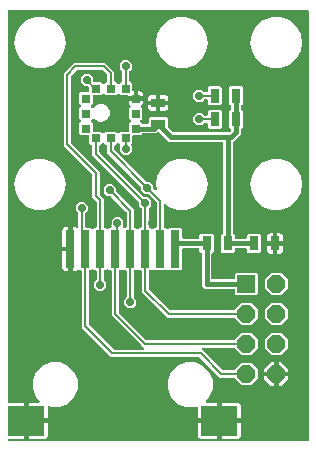
<source format=gbr>
G04 EAGLE Gerber RS-274X export*
G75*
%MOMM*%
%FSLAX34Y34*%
%LPD*%
%INTop Copper*%
%IPPOS*%
%AMOC8*
5,1,8,0,0,1.08239X$1,22.5*%
G01*
%ADD10R,1.200000X0.800000*%
%ADD11R,0.800000X1.200000*%
%ADD12R,0.700000X0.700000*%
%ADD13R,0.800000X3.200000*%
%ADD14R,3.120000X2.540000*%
%ADD15R,1.524000X1.524000*%
%ADD16P,1.649562X8X292.500000*%
%ADD17C,0.406400*%
%ADD18P,0.654629X8X22.500000*%
%ADD19C,0.203200*%

G36*
X256502Y2549D02*
X256502Y2549D01*
X256560Y2547D01*
X256642Y2569D01*
X256726Y2581D01*
X256779Y2604D01*
X256835Y2619D01*
X256908Y2662D01*
X256985Y2697D01*
X257030Y2735D01*
X257080Y2764D01*
X257138Y2826D01*
X257202Y2880D01*
X257234Y2929D01*
X257274Y2972D01*
X257313Y3047D01*
X257360Y3117D01*
X257377Y3173D01*
X257404Y3225D01*
X257415Y3293D01*
X257445Y3388D01*
X257448Y3488D01*
X257459Y3556D01*
X257459Y366444D01*
X257451Y366502D01*
X257453Y366560D01*
X257431Y366642D01*
X257419Y366726D01*
X257396Y366779D01*
X257381Y366835D01*
X257338Y366908D01*
X257303Y366985D01*
X257265Y367030D01*
X257236Y367080D01*
X257174Y367138D01*
X257120Y367202D01*
X257071Y367234D01*
X257028Y367274D01*
X256953Y367313D01*
X256883Y367360D01*
X256827Y367377D01*
X256775Y367404D01*
X256707Y367415D01*
X256612Y367445D01*
X256512Y367448D01*
X256444Y367459D01*
X3556Y367459D01*
X3498Y367451D01*
X3440Y367453D01*
X3358Y367431D01*
X3274Y367419D01*
X3221Y367396D01*
X3165Y367381D01*
X3092Y367338D01*
X3015Y367303D01*
X2970Y367265D01*
X2920Y367236D01*
X2862Y367174D01*
X2798Y367120D01*
X2766Y367071D01*
X2726Y367028D01*
X2687Y366953D01*
X2640Y366883D01*
X2623Y366827D01*
X2596Y366775D01*
X2585Y366707D01*
X2555Y366612D01*
X2552Y366512D01*
X2541Y366444D01*
X2541Y36256D01*
X2549Y36198D01*
X2547Y36140D01*
X2569Y36058D01*
X2581Y35974D01*
X2604Y35921D01*
X2619Y35865D01*
X2662Y35792D01*
X2697Y35715D01*
X2735Y35670D01*
X2764Y35620D01*
X2826Y35562D01*
X2880Y35498D01*
X2929Y35466D01*
X2972Y35426D01*
X3047Y35387D01*
X3117Y35340D01*
X3173Y35323D01*
X3225Y35296D01*
X3293Y35285D01*
X3388Y35255D01*
X3488Y35252D01*
X3556Y35241D01*
X16269Y35241D01*
X16269Y21016D01*
X16277Y20958D01*
X16275Y20900D01*
X16297Y20818D01*
X16309Y20735D01*
X16333Y20681D01*
X16347Y20625D01*
X16390Y20552D01*
X16425Y20475D01*
X16463Y20431D01*
X16493Y20380D01*
X16554Y20323D01*
X16609Y20258D01*
X16657Y20226D01*
X16700Y20186D01*
X16775Y20147D01*
X16845Y20101D01*
X16901Y20083D01*
X16953Y20056D01*
X17021Y20045D01*
X17116Y20015D01*
X17216Y20012D01*
X17284Y20001D01*
X18301Y20001D01*
X18301Y19999D01*
X17284Y19999D01*
X17226Y19991D01*
X17168Y19992D01*
X17086Y19971D01*
X17003Y19959D01*
X16949Y19935D01*
X16893Y19921D01*
X16820Y19878D01*
X16743Y19843D01*
X16698Y19805D01*
X16648Y19775D01*
X16590Y19714D01*
X16526Y19659D01*
X16494Y19611D01*
X16454Y19568D01*
X16415Y19493D01*
X16369Y19423D01*
X16351Y19367D01*
X16324Y19315D01*
X16313Y19247D01*
X16283Y19152D01*
X16280Y19052D01*
X16269Y18984D01*
X16269Y4759D01*
X3556Y4759D01*
X3498Y4751D01*
X3440Y4753D01*
X3358Y4731D01*
X3274Y4719D01*
X3221Y4696D01*
X3165Y4681D01*
X3092Y4638D01*
X3015Y4603D01*
X2970Y4565D01*
X2920Y4536D01*
X2862Y4474D01*
X2798Y4420D01*
X2766Y4371D01*
X2726Y4328D01*
X2687Y4253D01*
X2640Y4183D01*
X2623Y4127D01*
X2596Y4075D01*
X2585Y4007D01*
X2555Y3912D01*
X2552Y3812D01*
X2541Y3744D01*
X2541Y3556D01*
X2549Y3498D01*
X2547Y3440D01*
X2569Y3358D01*
X2581Y3274D01*
X2604Y3221D01*
X2619Y3165D01*
X2662Y3092D01*
X2697Y3015D01*
X2735Y2970D01*
X2764Y2920D01*
X2826Y2862D01*
X2880Y2798D01*
X2929Y2766D01*
X2972Y2726D01*
X3047Y2687D01*
X3117Y2640D01*
X3173Y2623D01*
X3225Y2596D01*
X3293Y2585D01*
X3388Y2555D01*
X3488Y2552D01*
X3556Y2541D01*
X256444Y2541D01*
X256502Y2549D01*
G37*
%LPC*%
G36*
X200802Y49747D02*
X200802Y49747D01*
X195140Y55409D01*
X195141Y55450D01*
X195141Y55452D01*
X195119Y55534D01*
X195107Y55618D01*
X195084Y55671D01*
X195069Y55727D01*
X195026Y55800D01*
X194991Y55877D01*
X194953Y55922D01*
X194924Y55972D01*
X194862Y56030D01*
X194808Y56094D01*
X194759Y56126D01*
X194716Y56166D01*
X194641Y56205D01*
X194571Y56252D01*
X194515Y56269D01*
X194463Y56296D01*
X194395Y56307D01*
X194300Y56337D01*
X194200Y56340D01*
X194132Y56351D01*
X182337Y56351D01*
X165035Y73654D01*
X164965Y73706D01*
X164901Y73766D01*
X164851Y73792D01*
X164807Y73825D01*
X164726Y73856D01*
X164648Y73896D01*
X164600Y73904D01*
X164542Y73926D01*
X164394Y73938D01*
X164317Y73951D01*
X90054Y73951D01*
X65201Y98804D01*
X65201Y146152D01*
X65193Y146210D01*
X65195Y146268D01*
X65173Y146350D01*
X65161Y146434D01*
X65138Y146487D01*
X65123Y146543D01*
X65080Y146616D01*
X65045Y146693D01*
X65007Y146738D01*
X64978Y146788D01*
X64916Y146846D01*
X64862Y146910D01*
X64813Y146942D01*
X64770Y146982D01*
X64695Y147021D01*
X64625Y147068D01*
X64569Y147085D01*
X64517Y147112D01*
X64449Y147123D01*
X64354Y147153D01*
X64254Y147156D01*
X64186Y147167D01*
X63408Y147167D01*
X62977Y147598D01*
X62930Y147633D01*
X62890Y147676D01*
X62817Y147718D01*
X62750Y147769D01*
X62695Y147790D01*
X62645Y147820D01*
X62563Y147840D01*
X62484Y147870D01*
X62426Y147875D01*
X62369Y147890D01*
X62285Y147887D01*
X62201Y147894D01*
X62144Y147882D01*
X62085Y147881D01*
X62005Y147855D01*
X61922Y147838D01*
X61870Y147811D01*
X61815Y147793D01*
X61758Y147753D01*
X61670Y147707D01*
X61598Y147638D01*
X61541Y147598D01*
X61110Y147167D01*
X60531Y146832D01*
X59884Y146659D01*
X57549Y146659D01*
X57549Y164216D01*
X57541Y164274D01*
X57543Y164332D01*
X57521Y164414D01*
X57509Y164497D01*
X57486Y164551D01*
X57471Y164607D01*
X57428Y164680D01*
X57393Y164757D01*
X57355Y164801D01*
X57326Y164852D01*
X57264Y164909D01*
X57210Y164974D01*
X57161Y165006D01*
X57118Y165046D01*
X57043Y165085D01*
X56973Y165131D01*
X56917Y165149D01*
X56865Y165176D01*
X56797Y165187D01*
X56755Y165200D01*
X56816Y165209D01*
X56869Y165233D01*
X56925Y165247D01*
X56998Y165291D01*
X57075Y165325D01*
X57120Y165363D01*
X57170Y165393D01*
X57228Y165454D01*
X57292Y165509D01*
X57324Y165557D01*
X57364Y165600D01*
X57403Y165675D01*
X57450Y165745D01*
X57467Y165801D01*
X57494Y165853D01*
X57505Y165921D01*
X57535Y166016D01*
X57538Y166116D01*
X57549Y166184D01*
X57549Y183741D01*
X59884Y183741D01*
X60531Y183568D01*
X60928Y183338D01*
X60965Y183323D01*
X60997Y183302D01*
X61096Y183270D01*
X61192Y183232D01*
X61231Y183228D01*
X61268Y183216D01*
X61372Y183213D01*
X61475Y183203D01*
X61513Y183210D01*
X61552Y183209D01*
X61653Y183235D01*
X61755Y183253D01*
X61790Y183271D01*
X61827Y183280D01*
X61916Y183333D01*
X62009Y183379D01*
X62038Y183406D01*
X62072Y183426D01*
X62143Y183501D01*
X62219Y183571D01*
X62240Y183604D01*
X62266Y183633D01*
X62314Y183725D01*
X62368Y183814D01*
X62378Y183851D01*
X62396Y183886D01*
X62409Y183963D01*
X62443Y184088D01*
X62442Y184162D01*
X62451Y184217D01*
X62451Y195477D01*
X62444Y195529D01*
X62445Y195555D01*
X62439Y195578D01*
X62436Y195651D01*
X62419Y195704D01*
X62411Y195758D01*
X62376Y195838D01*
X62349Y195921D01*
X62321Y195961D01*
X62295Y196018D01*
X62199Y196131D01*
X62154Y196195D01*
X60443Y197905D01*
X60443Y202095D01*
X63405Y205057D01*
X67595Y205057D01*
X70557Y202095D01*
X70557Y197905D01*
X68846Y196195D01*
X68794Y196125D01*
X68734Y196061D01*
X68708Y196012D01*
X68675Y195968D01*
X68644Y195886D01*
X68604Y195808D01*
X68596Y195761D01*
X68574Y195702D01*
X68567Y195620D01*
X68563Y195606D01*
X68561Y195552D01*
X68549Y195477D01*
X68549Y184248D01*
X68556Y184194D01*
X68555Y184154D01*
X68556Y184152D01*
X68555Y184132D01*
X68577Y184050D01*
X68589Y183966D01*
X68612Y183913D01*
X68627Y183857D01*
X68670Y183784D01*
X68705Y183707D01*
X68743Y183662D01*
X68772Y183612D01*
X68834Y183554D01*
X68888Y183490D01*
X68937Y183458D01*
X68980Y183418D01*
X69055Y183379D01*
X69125Y183332D01*
X69181Y183315D01*
X69233Y183288D01*
X69301Y183277D01*
X69396Y183247D01*
X69496Y183244D01*
X69564Y183233D01*
X73092Y183233D01*
X73882Y182443D01*
X73929Y182408D01*
X73969Y182365D01*
X74042Y182322D01*
X74109Y182272D01*
X74164Y182251D01*
X74214Y182221D01*
X74296Y182201D01*
X74375Y182170D01*
X74433Y182166D01*
X74490Y182151D01*
X74574Y182154D01*
X74658Y182147D01*
X74716Y182158D01*
X74774Y182160D01*
X74854Y182186D01*
X74937Y182203D01*
X74989Y182230D01*
X75045Y182248D01*
X75101Y182288D01*
X75189Y182334D01*
X75262Y182402D01*
X75318Y182443D01*
X76108Y183233D01*
X76886Y183233D01*
X76944Y183241D01*
X77002Y183239D01*
X77084Y183261D01*
X77168Y183273D01*
X77221Y183296D01*
X77277Y183311D01*
X77350Y183354D01*
X77427Y183389D01*
X77472Y183427D01*
X77522Y183456D01*
X77580Y183518D01*
X77644Y183572D01*
X77676Y183621D01*
X77716Y183664D01*
X77755Y183739D01*
X77802Y183809D01*
X77819Y183865D01*
X77846Y183917D01*
X77857Y183985D01*
X77887Y184080D01*
X77890Y184180D01*
X77901Y184248D01*
X77901Y204867D01*
X77889Y204953D01*
X77886Y205041D01*
X77869Y205093D01*
X77861Y205148D01*
X77826Y205228D01*
X77799Y205311D01*
X77771Y205350D01*
X77745Y205408D01*
X77649Y205521D01*
X77604Y205585D01*
X74451Y208737D01*
X74451Y227817D01*
X74439Y227903D01*
X74436Y227991D01*
X74419Y228043D01*
X74411Y228098D01*
X74376Y228178D01*
X74349Y228261D01*
X74321Y228300D01*
X74295Y228358D01*
X74199Y228471D01*
X74154Y228535D01*
X49951Y252737D01*
X49951Y314263D01*
X58737Y323049D01*
X85263Y323049D01*
X93049Y315263D01*
X93049Y307548D01*
X93057Y307490D01*
X93055Y307432D01*
X93077Y307350D01*
X93089Y307266D01*
X93112Y307213D01*
X93127Y307157D01*
X93170Y307084D01*
X93205Y307007D01*
X93243Y306962D01*
X93272Y306912D01*
X93334Y306854D01*
X93388Y306790D01*
X93437Y306758D01*
X93480Y306718D01*
X93555Y306679D01*
X93625Y306632D01*
X93681Y306615D01*
X93733Y306588D01*
X93801Y306577D01*
X93896Y306547D01*
X93996Y306544D01*
X94064Y306533D01*
X94342Y306533D01*
X95632Y305243D01*
X95679Y305207D01*
X95719Y305165D01*
X95792Y305122D01*
X95859Y305072D01*
X95914Y305051D01*
X95964Y305021D01*
X96046Y305001D01*
X96125Y304970D01*
X96183Y304966D01*
X96240Y304951D01*
X96324Y304954D01*
X96408Y304947D01*
X96466Y304958D01*
X96524Y304960D01*
X96604Y304986D01*
X96687Y305003D01*
X96739Y305030D01*
X96795Y305048D01*
X96851Y305088D01*
X96939Y305134D01*
X97012Y305203D01*
X97068Y305243D01*
X98358Y306533D01*
X98636Y306533D01*
X98694Y306541D01*
X98752Y306539D01*
X98834Y306561D01*
X98918Y306573D01*
X98971Y306596D01*
X99027Y306611D01*
X99100Y306654D01*
X99177Y306689D01*
X99222Y306727D01*
X99272Y306756D01*
X99330Y306818D01*
X99394Y306872D01*
X99426Y306921D01*
X99466Y306964D01*
X99505Y307039D01*
X99552Y307109D01*
X99569Y307165D01*
X99596Y307217D01*
X99607Y307285D01*
X99637Y307380D01*
X99640Y307480D01*
X99651Y307548D01*
X99651Y315477D01*
X99639Y315564D01*
X99636Y315651D01*
X99619Y315704D01*
X99611Y315758D01*
X99576Y315838D01*
X99549Y315921D01*
X99521Y315961D01*
X99495Y316018D01*
X99399Y316131D01*
X99354Y316195D01*
X97643Y317905D01*
X97643Y322095D01*
X100605Y325057D01*
X104795Y325057D01*
X107757Y322095D01*
X107757Y317905D01*
X106046Y316195D01*
X105994Y316125D01*
X105934Y316061D01*
X105908Y316012D01*
X105875Y315968D01*
X105844Y315886D01*
X105804Y315808D01*
X105796Y315760D01*
X105774Y315702D01*
X105762Y315554D01*
X105749Y315477D01*
X105749Y307548D01*
X105757Y307490D01*
X105755Y307432D01*
X105777Y307350D01*
X105789Y307266D01*
X105812Y307213D01*
X105827Y307157D01*
X105870Y307084D01*
X105905Y307007D01*
X105943Y306962D01*
X105972Y306912D01*
X106034Y306854D01*
X106088Y306790D01*
X106137Y306758D01*
X106180Y306718D01*
X106255Y306679D01*
X106325Y306632D01*
X106381Y306615D01*
X106433Y306588D01*
X106501Y306577D01*
X106596Y306547D01*
X106696Y306544D01*
X106764Y306533D01*
X107042Y306533D01*
X108233Y305342D01*
X108233Y299756D01*
X108241Y299698D01*
X108239Y299640D01*
X108261Y299558D01*
X108273Y299474D01*
X108296Y299421D01*
X108311Y299365D01*
X108354Y299292D01*
X108389Y299215D01*
X108427Y299170D01*
X108456Y299120D01*
X108518Y299062D01*
X108572Y298998D01*
X108621Y298966D01*
X108664Y298926D01*
X108739Y298887D01*
X108809Y298840D01*
X108865Y298823D01*
X108917Y298796D01*
X108985Y298785D01*
X109080Y298755D01*
X109180Y298752D01*
X109248Y298741D01*
X109251Y298741D01*
X109251Y294449D01*
X104959Y294449D01*
X104959Y294452D01*
X104951Y294510D01*
X104953Y294568D01*
X104931Y294650D01*
X104919Y294733D01*
X104895Y294787D01*
X104881Y294843D01*
X104838Y294916D01*
X104803Y294993D01*
X104765Y295038D01*
X104736Y295088D01*
X104674Y295146D01*
X104620Y295210D01*
X104571Y295242D01*
X104528Y295282D01*
X104453Y295321D01*
X104383Y295367D01*
X104327Y295385D01*
X104275Y295412D01*
X104207Y295423D01*
X104112Y295453D01*
X104012Y295456D01*
X103944Y295467D01*
X98358Y295467D01*
X97068Y296757D01*
X97021Y296792D01*
X96981Y296835D01*
X96908Y296878D01*
X96841Y296928D01*
X96786Y296949D01*
X96736Y296979D01*
X96654Y296999D01*
X96575Y297030D01*
X96517Y297034D01*
X96460Y297049D01*
X96376Y297046D01*
X96292Y297053D01*
X96234Y297042D01*
X96176Y297040D01*
X96096Y297014D01*
X96013Y296997D01*
X95961Y296970D01*
X95905Y296952D01*
X95849Y296912D01*
X95761Y296866D01*
X95688Y296798D01*
X95632Y296757D01*
X94342Y295467D01*
X85658Y295467D01*
X84368Y296757D01*
X84321Y296792D01*
X84281Y296835D01*
X84208Y296878D01*
X84141Y296928D01*
X84086Y296949D01*
X84036Y296979D01*
X83954Y296999D01*
X83875Y297030D01*
X83817Y297034D01*
X83760Y297049D01*
X83676Y297046D01*
X83592Y297053D01*
X83534Y297042D01*
X83476Y297040D01*
X83396Y297014D01*
X83313Y296997D01*
X83261Y296970D01*
X83205Y296952D01*
X83149Y296912D01*
X83061Y296866D01*
X82988Y296798D01*
X82932Y296757D01*
X81642Y295467D01*
X75548Y295467D01*
X75490Y295459D01*
X75432Y295461D01*
X75350Y295439D01*
X75266Y295427D01*
X75213Y295404D01*
X75157Y295389D01*
X75084Y295346D01*
X75007Y295311D01*
X74962Y295273D01*
X74912Y295244D01*
X74854Y295182D01*
X74790Y295128D01*
X74758Y295079D01*
X74718Y295036D01*
X74679Y294961D01*
X74632Y294891D01*
X74615Y294835D01*
X74588Y294783D01*
X74577Y294715D01*
X74547Y294620D01*
X74544Y294520D01*
X74533Y294452D01*
X74533Y288358D01*
X73243Y287068D01*
X73208Y287021D01*
X73165Y286981D01*
X73122Y286908D01*
X73072Y286841D01*
X73051Y286786D01*
X73021Y286736D01*
X73001Y286654D01*
X72970Y286575D01*
X72966Y286517D01*
X72951Y286460D01*
X72954Y286376D01*
X72947Y286292D01*
X72958Y286234D01*
X72960Y286176D01*
X72986Y286095D01*
X73003Y286013D01*
X73030Y285961D01*
X73048Y285905D01*
X73088Y285849D01*
X73134Y285761D01*
X73202Y285688D01*
X73243Y285632D01*
X73837Y285037D01*
X73884Y285002D01*
X73924Y284960D01*
X73997Y284917D01*
X74065Y284866D01*
X74119Y284846D01*
X74170Y284816D01*
X74251Y284795D01*
X74330Y284765D01*
X74389Y284760D01*
X74445Y284746D01*
X74529Y284749D01*
X74614Y284742D01*
X74671Y284753D01*
X74729Y284755D01*
X74810Y284781D01*
X74892Y284798D01*
X74944Y284825D01*
X75000Y284842D01*
X75056Y284883D01*
X75145Y284929D01*
X75217Y284997D01*
X75273Y285037D01*
X77129Y286893D01*
X79900Y288041D01*
X82900Y288041D01*
X85672Y286893D01*
X87793Y284772D01*
X88941Y282000D01*
X88941Y279000D01*
X87793Y276228D01*
X85672Y274107D01*
X82900Y272959D01*
X79900Y272959D01*
X77129Y274107D01*
X75773Y275463D01*
X75726Y275498D01*
X75686Y275540D01*
X75613Y275583D01*
X75546Y275634D01*
X75491Y275654D01*
X75441Y275684D01*
X75359Y275705D01*
X75280Y275735D01*
X75222Y275740D01*
X75165Y275754D01*
X75081Y275751D01*
X74997Y275758D01*
X74940Y275747D01*
X74881Y275745D01*
X74801Y275719D01*
X74718Y275702D01*
X74666Y275675D01*
X74611Y275658D01*
X74555Y275618D01*
X74466Y275571D01*
X74393Y275503D01*
X74337Y275463D01*
X73243Y274368D01*
X73208Y274321D01*
X73165Y274281D01*
X73122Y274208D01*
X73072Y274141D01*
X73051Y274086D01*
X73021Y274036D01*
X73001Y273954D01*
X72970Y273875D01*
X72966Y273817D01*
X72951Y273760D01*
X72954Y273676D01*
X72947Y273592D01*
X72958Y273534D01*
X72960Y273476D01*
X72986Y273396D01*
X73003Y273313D01*
X73030Y273261D01*
X73048Y273205D01*
X73088Y273149D01*
X73134Y273061D01*
X73195Y272997D01*
X73207Y272977D01*
X73220Y272964D01*
X73243Y272932D01*
X74533Y271642D01*
X74533Y265548D01*
X74541Y265490D01*
X74539Y265432D01*
X74561Y265350D01*
X74573Y265266D01*
X74596Y265213D01*
X74611Y265157D01*
X74654Y265084D01*
X74689Y265007D01*
X74727Y264962D01*
X74756Y264912D01*
X74818Y264854D01*
X74872Y264790D01*
X74921Y264758D01*
X74964Y264718D01*
X75039Y264679D01*
X75109Y264632D01*
X75165Y264615D01*
X75217Y264588D01*
X75285Y264577D01*
X75380Y264547D01*
X75480Y264544D01*
X75548Y264533D01*
X81642Y264533D01*
X82932Y263243D01*
X82979Y263208D01*
X83019Y263165D01*
X83092Y263122D01*
X83159Y263072D01*
X83214Y263051D01*
X83264Y263021D01*
X83346Y263001D01*
X83425Y262970D01*
X83483Y262966D01*
X83540Y262951D01*
X83624Y262954D01*
X83708Y262947D01*
X83766Y262958D01*
X83824Y262960D01*
X83904Y262986D01*
X83987Y263003D01*
X84039Y263030D01*
X84095Y263048D01*
X84151Y263088D01*
X84239Y263134D01*
X84312Y263202D01*
X84368Y263243D01*
X85658Y264533D01*
X94342Y264533D01*
X95632Y263243D01*
X95679Y263208D01*
X95719Y263165D01*
X95792Y263122D01*
X95859Y263072D01*
X95914Y263051D01*
X95964Y263021D01*
X96046Y263001D01*
X96125Y262970D01*
X96183Y262966D01*
X96240Y262951D01*
X96324Y262954D01*
X96408Y262947D01*
X96466Y262958D01*
X96524Y262960D01*
X96604Y262986D01*
X96687Y263003D01*
X96739Y263030D01*
X96795Y263048D01*
X96851Y263088D01*
X96939Y263134D01*
X97012Y263202D01*
X97068Y263243D01*
X98358Y264533D01*
X104452Y264533D01*
X104510Y264541D01*
X104568Y264539D01*
X104650Y264561D01*
X104734Y264573D01*
X104787Y264596D01*
X104843Y264611D01*
X104916Y264654D01*
X104993Y264689D01*
X105038Y264727D01*
X105088Y264756D01*
X105146Y264818D01*
X105210Y264872D01*
X105242Y264921D01*
X105282Y264964D01*
X105321Y265039D01*
X105368Y265109D01*
X105385Y265165D01*
X105412Y265217D01*
X105423Y265285D01*
X105453Y265380D01*
X105456Y265480D01*
X105467Y265548D01*
X105467Y271642D01*
X106757Y272932D01*
X106793Y272979D01*
X106835Y273019D01*
X106878Y273092D01*
X106928Y273159D01*
X106949Y273214D01*
X106979Y273264D01*
X106999Y273346D01*
X107030Y273425D01*
X107034Y273483D01*
X107049Y273540D01*
X107046Y273624D01*
X107053Y273708D01*
X107042Y273766D01*
X107040Y273824D01*
X107014Y273904D01*
X106997Y273987D01*
X106970Y274039D01*
X106952Y274095D01*
X106912Y274151D01*
X106866Y274239D01*
X106797Y274312D01*
X106757Y274368D01*
X105467Y275658D01*
X105467Y284342D01*
X106496Y285370D01*
X106525Y285409D01*
X106561Y285442D01*
X106610Y285523D01*
X106667Y285598D01*
X106684Y285643D01*
X106709Y285685D01*
X106734Y285775D01*
X106768Y285863D01*
X106772Y285912D01*
X106785Y285959D01*
X106784Y286053D01*
X106791Y286147D01*
X106782Y286194D01*
X106781Y286243D01*
X106754Y286333D01*
X106735Y286425D01*
X106713Y286469D01*
X106699Y286515D01*
X106648Y286594D01*
X106604Y286678D01*
X106571Y286713D01*
X106544Y286754D01*
X106487Y286801D01*
X106409Y286884D01*
X106334Y286928D01*
X106285Y286968D01*
X105940Y287167D01*
X105467Y287640D01*
X105132Y288219D01*
X104959Y288866D01*
X104959Y290951D01*
X110266Y290951D01*
X110324Y290959D01*
X110382Y290957D01*
X110464Y290979D01*
X110547Y290991D01*
X110601Y291014D01*
X110657Y291029D01*
X110730Y291072D01*
X110807Y291107D01*
X110851Y291145D01*
X110902Y291174D01*
X110959Y291236D01*
X111003Y291273D01*
X111004Y291272D01*
X111059Y291208D01*
X111107Y291176D01*
X111150Y291136D01*
X111225Y291097D01*
X111295Y291050D01*
X111351Y291033D01*
X111403Y291006D01*
X111471Y290995D01*
X111566Y290965D01*
X111666Y290962D01*
X111734Y290951D01*
X117041Y290951D01*
X117041Y288866D01*
X116868Y288219D01*
X116533Y287640D01*
X116060Y287167D01*
X115715Y286968D01*
X115676Y286937D01*
X115633Y286915D01*
X115565Y286850D01*
X115491Y286792D01*
X115462Y286753D01*
X115427Y286719D01*
X115379Y286638D01*
X115324Y286562D01*
X115308Y286516D01*
X115283Y286474D01*
X115260Y286383D01*
X115228Y286294D01*
X115225Y286246D01*
X115213Y286198D01*
X115216Y286105D01*
X115210Y286011D01*
X115220Y285963D01*
X115222Y285914D01*
X115251Y285825D01*
X115271Y285733D01*
X115294Y285690D01*
X115309Y285644D01*
X115353Y285583D01*
X115407Y285483D01*
X115468Y285421D01*
X115504Y285370D01*
X116533Y284342D01*
X116533Y275658D01*
X115243Y274368D01*
X115208Y274321D01*
X115165Y274281D01*
X115122Y274208D01*
X115072Y274141D01*
X115051Y274086D01*
X115021Y274036D01*
X115001Y273954D01*
X114970Y273875D01*
X114966Y273817D01*
X114951Y273760D01*
X114954Y273676D01*
X114947Y273592D01*
X114958Y273534D01*
X114960Y273476D01*
X114986Y273396D01*
X115003Y273313D01*
X115030Y273261D01*
X115048Y273205D01*
X115088Y273149D01*
X115134Y273061D01*
X115195Y272997D01*
X115206Y272977D01*
X115220Y272964D01*
X115243Y272932D01*
X116513Y271662D01*
X116582Y271610D01*
X116646Y271550D01*
X116696Y271524D01*
X116740Y271491D01*
X116821Y271460D01*
X116899Y271420D01*
X116947Y271412D01*
X117005Y271390D01*
X117153Y271378D01*
X117230Y271365D01*
X120952Y271365D01*
X121010Y271373D01*
X121068Y271371D01*
X121150Y271393D01*
X121234Y271405D01*
X121287Y271428D01*
X121343Y271443D01*
X121416Y271486D01*
X121493Y271521D01*
X121538Y271559D01*
X121588Y271588D01*
X121646Y271650D01*
X121710Y271704D01*
X121742Y271753D01*
X121782Y271796D01*
X121821Y271871D01*
X121868Y271941D01*
X121885Y271997D01*
X121912Y272049D01*
X121923Y272117D01*
X121953Y272212D01*
X121956Y272312D01*
X121967Y272380D01*
X121967Y275842D01*
X123158Y277033D01*
X136842Y277033D01*
X138033Y275842D01*
X138033Y269136D01*
X138045Y269050D01*
X138048Y268962D01*
X138065Y268910D01*
X138073Y268855D01*
X138108Y268775D01*
X138135Y268692D01*
X138163Y268652D01*
X138189Y268595D01*
X138285Y268482D01*
X138330Y268418D01*
X142386Y264362D01*
X142456Y264310D01*
X142520Y264250D01*
X142569Y264224D01*
X142613Y264191D01*
X142695Y264160D01*
X142773Y264120D01*
X142821Y264112D01*
X142879Y264090D01*
X143027Y264078D01*
X143104Y264065D01*
X189773Y264065D01*
X189859Y264077D01*
X189947Y264080D01*
X189999Y264097D01*
X190054Y264105D01*
X190134Y264140D01*
X190217Y264167D01*
X190257Y264195D01*
X190314Y264221D01*
X190427Y264317D01*
X190491Y264362D01*
X191409Y265280D01*
X191444Y265327D01*
X191487Y265368D01*
X191529Y265440D01*
X191580Y265508D01*
X191601Y265562D01*
X191630Y265613D01*
X191651Y265694D01*
X191681Y265773D01*
X191686Y265832D01*
X191700Y265888D01*
X191698Y265973D01*
X191705Y266057D01*
X191693Y266114D01*
X191691Y266172D01*
X191665Y266253D01*
X191649Y266335D01*
X191622Y266387D01*
X191604Y266443D01*
X191564Y266499D01*
X191518Y266588D01*
X191449Y266660D01*
X191409Y266716D01*
X189967Y268158D01*
X189967Y281842D01*
X191197Y283072D01*
X191202Y283073D01*
X191255Y283096D01*
X191311Y283111D01*
X191384Y283154D01*
X191461Y283189D01*
X191506Y283227D01*
X191556Y283256D01*
X191614Y283318D01*
X191678Y283372D01*
X191710Y283421D01*
X191750Y283464D01*
X191789Y283539D01*
X191836Y283609D01*
X191853Y283665D01*
X191880Y283717D01*
X191891Y283785D01*
X191921Y283880D01*
X191924Y283980D01*
X191935Y284048D01*
X191935Y285952D01*
X191927Y286010D01*
X191929Y286068D01*
X191907Y286150D01*
X191895Y286234D01*
X191872Y286287D01*
X191857Y286343D01*
X191814Y286416D01*
X191779Y286493D01*
X191741Y286538D01*
X191712Y286588D01*
X191650Y286646D01*
X191596Y286710D01*
X191547Y286742D01*
X191504Y286782D01*
X191429Y286821D01*
X191359Y286868D01*
X191303Y286885D01*
X191251Y286912D01*
X191206Y286919D01*
X189967Y288158D01*
X189967Y301842D01*
X191158Y303033D01*
X200842Y303033D01*
X202033Y301842D01*
X202033Y288158D01*
X200803Y286928D01*
X200798Y286927D01*
X200745Y286904D01*
X200689Y286889D01*
X200616Y286846D01*
X200539Y286811D01*
X200494Y286773D01*
X200444Y286744D01*
X200386Y286682D01*
X200322Y286628D01*
X200290Y286579D01*
X200250Y286536D01*
X200211Y286461D01*
X200164Y286391D01*
X200147Y286335D01*
X200120Y286283D01*
X200109Y286215D01*
X200079Y286120D01*
X200076Y286020D01*
X200065Y285952D01*
X200065Y284048D01*
X200073Y283990D01*
X200071Y283932D01*
X200093Y283850D01*
X200105Y283766D01*
X200128Y283713D01*
X200143Y283657D01*
X200186Y283584D01*
X200221Y283507D01*
X200259Y283462D01*
X200288Y283412D01*
X200350Y283354D01*
X200404Y283290D01*
X200453Y283258D01*
X200496Y283218D01*
X200571Y283179D01*
X200641Y283132D01*
X200697Y283115D01*
X200749Y283088D01*
X200794Y283081D01*
X202033Y281842D01*
X202033Y268158D01*
X200803Y266928D01*
X200798Y266927D01*
X200745Y266904D01*
X200689Y266889D01*
X200616Y266846D01*
X200539Y266811D01*
X200494Y266773D01*
X200444Y266744D01*
X200386Y266682D01*
X200322Y266628D01*
X200290Y266579D01*
X200250Y266536D01*
X200211Y266461D01*
X200164Y266391D01*
X200147Y266335D01*
X200120Y266283D01*
X200109Y266215D01*
X200079Y266120D01*
X200076Y266020D01*
X200065Y265952D01*
X200065Y262439D01*
X193362Y255737D01*
X193310Y255667D01*
X193250Y255603D01*
X193224Y255554D01*
X193191Y255510D01*
X193160Y255428D01*
X193120Y255350D01*
X193112Y255302D01*
X193090Y255244D01*
X193078Y255096D01*
X193065Y255019D01*
X193065Y179048D01*
X193073Y178990D01*
X193071Y178932D01*
X193093Y178850D01*
X193105Y178766D01*
X193128Y178713D01*
X193143Y178657D01*
X193186Y178584D01*
X193221Y178507D01*
X193259Y178462D01*
X193288Y178412D01*
X193350Y178354D01*
X193404Y178290D01*
X193453Y178258D01*
X193496Y178218D01*
X193571Y178179D01*
X193641Y178132D01*
X193697Y178115D01*
X193749Y178088D01*
X193794Y178081D01*
X195033Y176842D01*
X195033Y175080D01*
X195040Y175030D01*
X195039Y175017D01*
X195041Y175012D01*
X195039Y174964D01*
X195061Y174882D01*
X195073Y174798D01*
X195096Y174745D01*
X195111Y174689D01*
X195154Y174616D01*
X195189Y174539D01*
X195227Y174494D01*
X195256Y174444D01*
X195318Y174386D01*
X195372Y174322D01*
X195421Y174290D01*
X195464Y174250D01*
X195539Y174211D01*
X195609Y174164D01*
X195665Y174147D01*
X195717Y174120D01*
X195785Y174109D01*
X195880Y174079D01*
X195980Y174076D01*
X196048Y174065D01*
X203952Y174065D01*
X204010Y174073D01*
X204068Y174071D01*
X204150Y174093D01*
X204234Y174105D01*
X204287Y174128D01*
X204343Y174143D01*
X204416Y174186D01*
X204493Y174221D01*
X204538Y174259D01*
X204588Y174288D01*
X204646Y174350D01*
X204710Y174404D01*
X204742Y174453D01*
X204782Y174496D01*
X204821Y174571D01*
X204868Y174641D01*
X204885Y174697D01*
X204912Y174749D01*
X204923Y174817D01*
X204953Y174912D01*
X204956Y175012D01*
X204967Y175080D01*
X204967Y176842D01*
X206158Y178033D01*
X215842Y178033D01*
X217033Y176842D01*
X217033Y163158D01*
X215842Y161967D01*
X206158Y161967D01*
X204967Y163158D01*
X204967Y164920D01*
X204959Y164978D01*
X204961Y165036D01*
X204939Y165118D01*
X204927Y165202D01*
X204904Y165255D01*
X204889Y165311D01*
X204846Y165384D01*
X204811Y165461D01*
X204773Y165506D01*
X204744Y165556D01*
X204682Y165614D01*
X204628Y165678D01*
X204579Y165710D01*
X204536Y165750D01*
X204461Y165789D01*
X204391Y165836D01*
X204335Y165853D01*
X204283Y165880D01*
X204215Y165891D01*
X204120Y165921D01*
X204020Y165924D01*
X203952Y165935D01*
X196048Y165935D01*
X195990Y165927D01*
X195932Y165929D01*
X195850Y165907D01*
X195766Y165895D01*
X195713Y165872D01*
X195657Y165857D01*
X195584Y165814D01*
X195507Y165779D01*
X195462Y165741D01*
X195412Y165712D01*
X195354Y165650D01*
X195290Y165596D01*
X195258Y165547D01*
X195218Y165504D01*
X195179Y165429D01*
X195132Y165359D01*
X195115Y165303D01*
X195088Y165251D01*
X195077Y165183D01*
X195047Y165088D01*
X195044Y164988D01*
X195033Y164920D01*
X195033Y163158D01*
X193842Y161967D01*
X184158Y161967D01*
X182967Y163158D01*
X182967Y176842D01*
X184197Y178072D01*
X184202Y178073D01*
X184255Y178096D01*
X184311Y178111D01*
X184384Y178154D01*
X184461Y178189D01*
X184506Y178227D01*
X184556Y178256D01*
X184614Y178318D01*
X184678Y178372D01*
X184710Y178421D01*
X184750Y178464D01*
X184789Y178539D01*
X184836Y178609D01*
X184853Y178665D01*
X184880Y178717D01*
X184891Y178785D01*
X184921Y178880D01*
X184924Y178980D01*
X184935Y179048D01*
X184935Y254920D01*
X184927Y254978D01*
X184929Y255036D01*
X184907Y255118D01*
X184895Y255202D01*
X184872Y255255D01*
X184857Y255311D01*
X184814Y255384D01*
X184779Y255461D01*
X184741Y255506D01*
X184712Y255556D01*
X184650Y255614D01*
X184596Y255678D01*
X184547Y255710D01*
X184504Y255750D01*
X184429Y255789D01*
X184359Y255836D01*
X184303Y255853D01*
X184251Y255880D01*
X184183Y255891D01*
X184088Y255921D01*
X183988Y255924D01*
X183920Y255935D01*
X139316Y255935D01*
X136638Y258614D01*
X130718Y264534D01*
X130671Y264569D01*
X130631Y264611D01*
X130558Y264654D01*
X130491Y264705D01*
X130436Y264725D01*
X130386Y264755D01*
X130304Y264776D01*
X130225Y264806D01*
X130167Y264811D01*
X130110Y264825D01*
X130026Y264822D01*
X129942Y264829D01*
X129884Y264818D01*
X129826Y264816D01*
X129746Y264790D01*
X129663Y264774D01*
X129611Y264747D01*
X129555Y264729D01*
X129499Y264688D01*
X129411Y264643D01*
X129338Y264574D01*
X129282Y264534D01*
X127984Y263235D01*
X117230Y263235D01*
X117144Y263223D01*
X117056Y263220D01*
X117004Y263203D01*
X116949Y263195D01*
X116869Y263160D01*
X116786Y263133D01*
X116747Y263105D01*
X116690Y263079D01*
X116576Y262983D01*
X116513Y262938D01*
X115342Y261767D01*
X109248Y261767D01*
X109190Y261759D01*
X109132Y261761D01*
X109050Y261739D01*
X108966Y261727D01*
X108913Y261704D01*
X108857Y261689D01*
X108784Y261646D01*
X108707Y261611D01*
X108662Y261573D01*
X108612Y261544D01*
X108554Y261482D01*
X108490Y261428D01*
X108458Y261379D01*
X108418Y261336D01*
X108379Y261261D01*
X108332Y261191D01*
X108315Y261135D01*
X108288Y261083D01*
X108277Y261015D01*
X108247Y260920D01*
X108244Y260820D01*
X108233Y260752D01*
X108233Y254658D01*
X107531Y253956D01*
X107496Y253909D01*
X107453Y253869D01*
X107411Y253796D01*
X107360Y253729D01*
X107339Y253674D01*
X107310Y253624D01*
X107289Y253542D01*
X107259Y253463D01*
X107254Y253405D01*
X107240Y253348D01*
X107242Y253264D01*
X107235Y253180D01*
X107247Y253123D01*
X107249Y253064D01*
X107275Y252984D01*
X107291Y252901D01*
X107318Y252849D01*
X107336Y252794D01*
X107376Y252737D01*
X107422Y252649D01*
X107491Y252577D01*
X107531Y252520D01*
X107757Y252295D01*
X107757Y248105D01*
X104795Y245143D01*
X100605Y245143D01*
X97643Y248105D01*
X97643Y252295D01*
X97869Y252520D01*
X97904Y252567D01*
X97947Y252607D01*
X97989Y252680D01*
X98040Y252748D01*
X98061Y252802D01*
X98090Y252853D01*
X98111Y252934D01*
X98141Y253013D01*
X98146Y253072D01*
X98160Y253128D01*
X98158Y253212D01*
X98165Y253297D01*
X98153Y253354D01*
X98151Y253412D01*
X98126Y253492D01*
X98109Y253575D01*
X98082Y253627D01*
X98064Y253683D01*
X98024Y253739D01*
X97978Y253828D01*
X97909Y253900D01*
X97869Y253956D01*
X97068Y254757D01*
X97021Y254793D01*
X96981Y254835D01*
X96908Y254878D01*
X96841Y254928D01*
X96786Y254949D01*
X96736Y254979D01*
X96654Y254999D01*
X96575Y255030D01*
X96517Y255034D01*
X96460Y255049D01*
X96376Y255046D01*
X96292Y255053D01*
X96234Y255042D01*
X96176Y255040D01*
X96096Y255014D01*
X96013Y254997D01*
X95961Y254970D01*
X95905Y254952D01*
X95849Y254912D01*
X95761Y254866D01*
X95688Y254797D01*
X95632Y254757D01*
X94342Y253467D01*
X94064Y253467D01*
X94006Y253459D01*
X93948Y253461D01*
X93866Y253439D01*
X93782Y253427D01*
X93729Y253404D01*
X93673Y253389D01*
X93600Y253346D01*
X93523Y253311D01*
X93478Y253273D01*
X93428Y253244D01*
X93370Y253182D01*
X93306Y253128D01*
X93274Y253079D01*
X93234Y253036D01*
X93195Y252961D01*
X93148Y252891D01*
X93131Y252835D01*
X93104Y252783D01*
X93093Y252715D01*
X93063Y252620D01*
X93060Y252520D01*
X93049Y252452D01*
X93049Y249683D01*
X93061Y249597D01*
X93064Y249509D01*
X93081Y249457D01*
X93089Y249402D01*
X93124Y249322D01*
X93151Y249239D01*
X93179Y249200D01*
X93205Y249142D01*
X93301Y249029D01*
X93346Y248965D01*
X119957Y222354D01*
X120027Y222302D01*
X120091Y222242D01*
X120141Y222216D01*
X120185Y222183D01*
X120266Y222152D01*
X120344Y222112D01*
X120392Y222104D01*
X120450Y222082D01*
X120598Y222070D01*
X120675Y222057D01*
X123095Y222057D01*
X126057Y219095D01*
X126057Y216675D01*
X126069Y216589D01*
X126072Y216501D01*
X126089Y216449D01*
X126097Y216394D01*
X126132Y216314D01*
X126159Y216231D01*
X126187Y216192D01*
X126213Y216134D01*
X126309Y216021D01*
X126354Y215957D01*
X127033Y215278D01*
X127127Y215207D01*
X127218Y215132D01*
X127241Y215122D01*
X127261Y215107D01*
X127371Y215065D01*
X127478Y215018D01*
X127503Y215015D01*
X127526Y215006D01*
X127643Y214996D01*
X127760Y214981D01*
X127785Y214985D01*
X127810Y214982D01*
X127925Y215006D01*
X128041Y215023D01*
X128064Y215033D01*
X128088Y215038D01*
X128193Y215093D01*
X128299Y215141D01*
X128318Y215158D01*
X128341Y215169D01*
X128426Y215250D01*
X128515Y215327D01*
X128529Y215348D01*
X128547Y215365D01*
X128606Y215466D01*
X128670Y215565D01*
X128678Y215589D01*
X128690Y215610D01*
X128719Y215724D01*
X128754Y215837D01*
X128754Y215859D01*
X128761Y215886D01*
X128752Y216170D01*
X128751Y216171D01*
X128751Y216172D01*
X128076Y220000D01*
X129398Y227498D01*
X133205Y234092D01*
X139038Y238987D01*
X146193Y241591D01*
X153807Y241591D01*
X160962Y238987D01*
X166795Y234092D01*
X170602Y227498D01*
X171924Y220000D01*
X170602Y212502D01*
X166795Y205908D01*
X160962Y201013D01*
X153807Y198409D01*
X146193Y198409D01*
X139038Y201013D01*
X136467Y203171D01*
X136359Y203239D01*
X136253Y203309D01*
X136238Y203314D01*
X136225Y203322D01*
X136103Y203356D01*
X135982Y203395D01*
X135967Y203395D01*
X135952Y203399D01*
X135825Y203399D01*
X135698Y203402D01*
X135683Y203398D01*
X135668Y203398D01*
X135545Y203362D01*
X135423Y203330D01*
X135409Y203322D01*
X135395Y203318D01*
X135287Y203250D01*
X135178Y203185D01*
X135168Y203174D01*
X135155Y203166D01*
X135071Y203071D01*
X134984Y202978D01*
X134977Y202964D01*
X134967Y202953D01*
X134912Y202838D01*
X134854Y202725D01*
X134852Y202711D01*
X134845Y202696D01*
X134799Y202415D01*
X134800Y202403D01*
X134799Y202393D01*
X134799Y184248D01*
X134806Y184194D01*
X134805Y184154D01*
X134806Y184152D01*
X134805Y184132D01*
X134827Y184050D01*
X134839Y183966D01*
X134862Y183913D01*
X134877Y183857D01*
X134920Y183784D01*
X134955Y183707D01*
X134993Y183662D01*
X135022Y183612D01*
X135084Y183554D01*
X135138Y183490D01*
X135187Y183458D01*
X135230Y183418D01*
X135305Y183379D01*
X135375Y183332D01*
X135431Y183315D01*
X135483Y183288D01*
X135551Y183277D01*
X135646Y183247D01*
X135746Y183244D01*
X135814Y183233D01*
X136592Y183233D01*
X137382Y182443D01*
X137429Y182408D01*
X137469Y182365D01*
X137542Y182322D01*
X137609Y182272D01*
X137664Y182251D01*
X137714Y182221D01*
X137796Y182201D01*
X137875Y182170D01*
X137933Y182166D01*
X137990Y182151D01*
X138074Y182154D01*
X138158Y182147D01*
X138216Y182158D01*
X138274Y182160D01*
X138354Y182186D01*
X138437Y182203D01*
X138489Y182230D01*
X138545Y182248D01*
X138601Y182288D01*
X138689Y182334D01*
X138762Y182402D01*
X138818Y182443D01*
X139608Y183233D01*
X149292Y183233D01*
X150483Y182042D01*
X150483Y175080D01*
X150490Y175030D01*
X150489Y175017D01*
X150491Y175012D01*
X150489Y174964D01*
X150511Y174882D01*
X150523Y174798D01*
X150546Y174745D01*
X150561Y174689D01*
X150604Y174616D01*
X150639Y174539D01*
X150677Y174494D01*
X150706Y174444D01*
X150768Y174386D01*
X150822Y174322D01*
X150871Y174290D01*
X150914Y174250D01*
X150989Y174211D01*
X151059Y174164D01*
X151115Y174147D01*
X151167Y174120D01*
X151235Y174109D01*
X151330Y174079D01*
X151430Y174076D01*
X151498Y174065D01*
X163952Y174065D01*
X164010Y174073D01*
X164068Y174071D01*
X164150Y174093D01*
X164234Y174105D01*
X164287Y174128D01*
X164343Y174143D01*
X164416Y174186D01*
X164493Y174221D01*
X164538Y174259D01*
X164588Y174288D01*
X164646Y174350D01*
X164710Y174404D01*
X164742Y174453D01*
X164782Y174496D01*
X164821Y174571D01*
X164868Y174641D01*
X164885Y174697D01*
X164912Y174749D01*
X164923Y174817D01*
X164953Y174912D01*
X164956Y175012D01*
X164967Y175080D01*
X164967Y176842D01*
X166158Y178033D01*
X175842Y178033D01*
X177033Y176842D01*
X177033Y163158D01*
X175803Y161928D01*
X175798Y161927D01*
X175745Y161904D01*
X175689Y161889D01*
X175616Y161846D01*
X175539Y161811D01*
X175494Y161773D01*
X175444Y161744D01*
X175386Y161682D01*
X175322Y161628D01*
X175290Y161579D01*
X175250Y161536D01*
X175211Y161461D01*
X175164Y161391D01*
X175147Y161335D01*
X175120Y161283D01*
X175109Y161215D01*
X175079Y161120D01*
X175076Y161020D01*
X175065Y160952D01*
X175065Y140680D01*
X175073Y140622D01*
X175071Y140564D01*
X175093Y140482D01*
X175105Y140398D01*
X175128Y140345D01*
X175143Y140289D01*
X175186Y140216D01*
X175221Y140139D01*
X175259Y140094D01*
X175288Y140044D01*
X175350Y139986D01*
X175404Y139922D01*
X175453Y139890D01*
X175496Y139850D01*
X175571Y139811D01*
X175641Y139764D01*
X175697Y139747D01*
X175749Y139720D01*
X175817Y139709D01*
X175912Y139679D01*
X176012Y139676D01*
X176080Y139665D01*
X194132Y139665D01*
X194190Y139673D01*
X194248Y139671D01*
X194330Y139693D01*
X194414Y139705D01*
X194467Y139728D01*
X194523Y139743D01*
X194596Y139786D01*
X194673Y139821D01*
X194718Y139859D01*
X194768Y139888D01*
X194826Y139950D01*
X194890Y140004D01*
X194922Y140053D01*
X194962Y140096D01*
X195001Y140171D01*
X195048Y140241D01*
X195065Y140297D01*
X195092Y140349D01*
X195103Y140417D01*
X195133Y140512D01*
X195136Y140612D01*
X195147Y140680D01*
X195147Y144062D01*
X196338Y145253D01*
X213262Y145253D01*
X214453Y144062D01*
X214453Y127138D01*
X213262Y125947D01*
X196338Y125947D01*
X195147Y127138D01*
X195147Y130520D01*
X195140Y130569D01*
X195141Y130579D01*
X195139Y130584D01*
X195141Y130636D01*
X195119Y130718D01*
X195107Y130802D01*
X195084Y130855D01*
X195069Y130911D01*
X195026Y130984D01*
X194991Y131061D01*
X194953Y131106D01*
X194924Y131156D01*
X194862Y131214D01*
X194808Y131278D01*
X194759Y131310D01*
X194716Y131350D01*
X194641Y131389D01*
X194571Y131436D01*
X194515Y131453D01*
X194463Y131480D01*
X194395Y131491D01*
X194300Y131521D01*
X194200Y131524D01*
X194132Y131535D01*
X169316Y131535D01*
X166935Y133916D01*
X166935Y160952D01*
X166928Y161005D01*
X166929Y161036D01*
X166928Y161039D01*
X166929Y161068D01*
X166907Y161150D01*
X166895Y161234D01*
X166872Y161287D01*
X166857Y161343D01*
X166814Y161416D01*
X166779Y161493D01*
X166741Y161538D01*
X166712Y161588D01*
X166650Y161646D01*
X166596Y161710D01*
X166547Y161742D01*
X166504Y161782D01*
X166429Y161821D01*
X166359Y161868D01*
X166303Y161885D01*
X166251Y161912D01*
X166206Y161919D01*
X164967Y163158D01*
X164967Y164920D01*
X164959Y164978D01*
X164961Y165036D01*
X164939Y165118D01*
X164927Y165202D01*
X164904Y165255D01*
X164889Y165311D01*
X164846Y165384D01*
X164811Y165461D01*
X164773Y165506D01*
X164744Y165556D01*
X164682Y165614D01*
X164628Y165678D01*
X164579Y165710D01*
X164536Y165750D01*
X164461Y165789D01*
X164391Y165836D01*
X164335Y165853D01*
X164283Y165880D01*
X164215Y165891D01*
X164120Y165921D01*
X164020Y165924D01*
X163952Y165935D01*
X151498Y165935D01*
X151440Y165927D01*
X151382Y165929D01*
X151300Y165907D01*
X151216Y165895D01*
X151163Y165872D01*
X151107Y165857D01*
X151034Y165814D01*
X150957Y165779D01*
X150912Y165741D01*
X150862Y165712D01*
X150804Y165650D01*
X150740Y165596D01*
X150708Y165547D01*
X150668Y165504D01*
X150629Y165429D01*
X150582Y165359D01*
X150565Y165303D01*
X150538Y165251D01*
X150527Y165183D01*
X150497Y165088D01*
X150494Y164988D01*
X150483Y164920D01*
X150483Y148358D01*
X149292Y147167D01*
X139608Y147167D01*
X138818Y147957D01*
X138771Y147993D01*
X138731Y148035D01*
X138658Y148078D01*
X138591Y148128D01*
X138536Y148149D01*
X138486Y148179D01*
X138404Y148199D01*
X138325Y148230D01*
X138267Y148234D01*
X138210Y148249D01*
X138126Y148246D01*
X138042Y148253D01*
X137984Y148242D01*
X137926Y148240D01*
X137846Y148214D01*
X137763Y148197D01*
X137711Y148170D01*
X137655Y148152D01*
X137599Y148112D01*
X137511Y148066D01*
X137438Y147997D01*
X137382Y147957D01*
X136592Y147167D01*
X126908Y147167D01*
X126118Y147957D01*
X126071Y147993D01*
X126031Y148035D01*
X125958Y148078D01*
X125891Y148128D01*
X125836Y148149D01*
X125786Y148179D01*
X125704Y148199D01*
X125625Y148230D01*
X125567Y148234D01*
X125510Y148249D01*
X125426Y148246D01*
X125342Y148253D01*
X125284Y148242D01*
X125226Y148240D01*
X125146Y148214D01*
X125063Y148197D01*
X125011Y148170D01*
X124955Y148152D01*
X124899Y148112D01*
X124811Y148066D01*
X124738Y147997D01*
X124682Y147957D01*
X123892Y147167D01*
X123114Y147167D01*
X123056Y147159D01*
X122998Y147161D01*
X122916Y147139D01*
X122832Y147127D01*
X122779Y147104D01*
X122723Y147089D01*
X122650Y147046D01*
X122573Y147011D01*
X122528Y146973D01*
X122478Y146944D01*
X122420Y146882D01*
X122356Y146828D01*
X122324Y146779D01*
X122284Y146736D01*
X122245Y146661D01*
X122198Y146591D01*
X122181Y146535D01*
X122154Y146483D01*
X122143Y146415D01*
X122113Y146320D01*
X122110Y146220D01*
X122099Y146152D01*
X122099Y131709D01*
X122111Y131623D01*
X122114Y131535D01*
X122131Y131483D01*
X122139Y131428D01*
X122174Y131348D01*
X122201Y131265D01*
X122229Y131226D01*
X122255Y131168D01*
X122351Y131055D01*
X122396Y130992D01*
X139842Y113546D01*
X139911Y113494D01*
X139975Y113434D01*
X140025Y113408D01*
X140069Y113375D01*
X140150Y113344D01*
X140228Y113304D01*
X140276Y113296D01*
X140334Y113274D01*
X140482Y113262D01*
X140559Y113249D01*
X194132Y113249D01*
X194190Y113257D01*
X194248Y113255D01*
X194330Y113277D01*
X194414Y113289D01*
X194467Y113312D01*
X194523Y113327D01*
X194596Y113370D01*
X194673Y113405D01*
X194718Y113443D01*
X194768Y113472D01*
X194826Y113534D01*
X194890Y113588D01*
X194922Y113637D01*
X194962Y113680D01*
X195001Y113755D01*
X195048Y113825D01*
X195065Y113881D01*
X195092Y113933D01*
X195103Y114001D01*
X195133Y114096D01*
X195136Y114187D01*
X200802Y119853D01*
X208798Y119853D01*
X214453Y114198D01*
X214453Y106202D01*
X208798Y100547D01*
X200802Y100547D01*
X195140Y106208D01*
X195141Y106213D01*
X195140Y106216D01*
X195141Y106252D01*
X195119Y106334D01*
X195107Y106418D01*
X195084Y106471D01*
X195069Y106527D01*
X195026Y106600D01*
X194991Y106677D01*
X194953Y106722D01*
X194924Y106772D01*
X194862Y106830D01*
X194808Y106894D01*
X194759Y106926D01*
X194716Y106966D01*
X194641Y107005D01*
X194571Y107052D01*
X194515Y107069D01*
X194463Y107096D01*
X194395Y107107D01*
X194300Y107137D01*
X194200Y107140D01*
X194132Y107151D01*
X137613Y107151D01*
X135530Y109234D01*
X135530Y109235D01*
X118085Y126680D01*
X118084Y126680D01*
X116001Y128763D01*
X116001Y146152D01*
X115993Y146210D01*
X115995Y146268D01*
X115973Y146350D01*
X115961Y146434D01*
X115938Y146487D01*
X115923Y146543D01*
X115880Y146616D01*
X115845Y146693D01*
X115807Y146738D01*
X115778Y146788D01*
X115716Y146846D01*
X115662Y146910D01*
X115613Y146942D01*
X115570Y146982D01*
X115495Y147021D01*
X115425Y147068D01*
X115369Y147085D01*
X115317Y147112D01*
X115249Y147123D01*
X115154Y147153D01*
X115054Y147156D01*
X114986Y147167D01*
X114208Y147167D01*
X113418Y147957D01*
X113371Y147993D01*
X113331Y148035D01*
X113258Y148078D01*
X113191Y148128D01*
X113136Y148149D01*
X113086Y148179D01*
X113004Y148199D01*
X112925Y148230D01*
X112867Y148234D01*
X112810Y148249D01*
X112726Y148246D01*
X112642Y148253D01*
X112584Y148242D01*
X112526Y148240D01*
X112446Y148214D01*
X112363Y148197D01*
X112311Y148170D01*
X112255Y148152D01*
X112199Y148112D01*
X112111Y148066D01*
X112038Y147997D01*
X111982Y147957D01*
X111192Y147167D01*
X110414Y147167D01*
X110356Y147159D01*
X110298Y147161D01*
X110216Y147139D01*
X110132Y147127D01*
X110079Y147104D01*
X110023Y147089D01*
X109950Y147046D01*
X109873Y147011D01*
X109828Y146973D01*
X109778Y146944D01*
X109720Y146882D01*
X109656Y146828D01*
X109624Y146779D01*
X109584Y146736D01*
X109545Y146661D01*
X109498Y146591D01*
X109481Y146535D01*
X109454Y146483D01*
X109443Y146415D01*
X109413Y146320D01*
X109410Y146220D01*
X109399Y146152D01*
X109399Y124853D01*
X109411Y124767D01*
X109414Y124679D01*
X109431Y124627D01*
X109439Y124572D01*
X109474Y124492D01*
X109501Y124409D01*
X109529Y124370D01*
X109555Y124312D01*
X109651Y124199D01*
X109696Y124136D01*
X111407Y122425D01*
X111407Y118236D01*
X108445Y115274D01*
X104255Y115274D01*
X101293Y118236D01*
X101293Y122425D01*
X103004Y124136D01*
X103056Y124205D01*
X103116Y124269D01*
X103142Y124319D01*
X103175Y124363D01*
X103206Y124444D01*
X103246Y124522D01*
X103254Y124570D01*
X103276Y124628D01*
X103288Y124776D01*
X103301Y124853D01*
X103301Y146152D01*
X103293Y146210D01*
X103295Y146268D01*
X103273Y146350D01*
X103261Y146434D01*
X103238Y146487D01*
X103223Y146543D01*
X103180Y146616D01*
X103145Y146693D01*
X103107Y146738D01*
X103078Y146788D01*
X103016Y146846D01*
X102962Y146910D01*
X102913Y146942D01*
X102870Y146982D01*
X102795Y147021D01*
X102725Y147068D01*
X102669Y147085D01*
X102617Y147112D01*
X102549Y147123D01*
X102454Y147153D01*
X102354Y147156D01*
X102286Y147167D01*
X101508Y147167D01*
X100718Y147957D01*
X100671Y147993D01*
X100631Y148035D01*
X100558Y148078D01*
X100491Y148128D01*
X100436Y148149D01*
X100386Y148179D01*
X100304Y148199D01*
X100225Y148230D01*
X100167Y148234D01*
X100110Y148249D01*
X100026Y148246D01*
X99942Y148253D01*
X99884Y148242D01*
X99826Y148240D01*
X99746Y148214D01*
X99663Y148197D01*
X99611Y148170D01*
X99555Y148152D01*
X99499Y148112D01*
X99411Y148066D01*
X99338Y147997D01*
X99282Y147957D01*
X98492Y147167D01*
X97714Y147167D01*
X97656Y147159D01*
X97598Y147161D01*
X97516Y147139D01*
X97432Y147127D01*
X97379Y147104D01*
X97323Y147089D01*
X97250Y147046D01*
X97173Y147011D01*
X97128Y146973D01*
X97078Y146944D01*
X97020Y146882D01*
X96956Y146828D01*
X96924Y146779D01*
X96884Y146736D01*
X96845Y146661D01*
X96798Y146591D01*
X96781Y146535D01*
X96754Y146483D01*
X96743Y146415D01*
X96713Y146320D01*
X96710Y146220D01*
X96699Y146152D01*
X96699Y111975D01*
X96711Y111888D01*
X96714Y111801D01*
X96731Y111748D01*
X96739Y111693D01*
X96774Y111614D01*
X96801Y111530D01*
X96829Y111491D01*
X96855Y111434D01*
X96951Y111321D01*
X96996Y111257D01*
X120107Y88146D01*
X120177Y88094D01*
X120241Y88034D01*
X120290Y88008D01*
X120334Y87975D01*
X120416Y87944D01*
X120494Y87904D01*
X120541Y87896D01*
X120600Y87874D01*
X120748Y87862D01*
X120825Y87849D01*
X194132Y87849D01*
X194190Y87857D01*
X194248Y87855D01*
X194330Y87877D01*
X194414Y87889D01*
X194467Y87912D01*
X194523Y87927D01*
X194596Y87970D01*
X194673Y88005D01*
X194718Y88043D01*
X194768Y88072D01*
X194826Y88134D01*
X194890Y88188D01*
X194922Y88237D01*
X194962Y88280D01*
X195001Y88355D01*
X195048Y88425D01*
X195065Y88481D01*
X195092Y88533D01*
X195103Y88601D01*
X195133Y88696D01*
X195136Y88787D01*
X200802Y94453D01*
X208798Y94453D01*
X214453Y88798D01*
X214453Y80802D01*
X208798Y75147D01*
X200802Y75147D01*
X195140Y80809D01*
X195141Y80831D01*
X195140Y80833D01*
X195141Y80852D01*
X195119Y80934D01*
X195107Y81018D01*
X195084Y81071D01*
X195069Y81127D01*
X195026Y81200D01*
X194991Y81277D01*
X194953Y81322D01*
X194924Y81372D01*
X194862Y81430D01*
X194808Y81494D01*
X194759Y81526D01*
X194716Y81566D01*
X194641Y81605D01*
X194571Y81652D01*
X194515Y81669D01*
X194463Y81696D01*
X194395Y81707D01*
X194300Y81737D01*
X194200Y81740D01*
X194132Y81751D01*
X168011Y81751D01*
X167982Y81747D01*
X167953Y81750D01*
X167842Y81727D01*
X167730Y81711D01*
X167703Y81699D01*
X167674Y81694D01*
X167574Y81642D01*
X167470Y81595D01*
X167448Y81576D01*
X167422Y81563D01*
X167340Y81485D01*
X167253Y81412D01*
X167237Y81387D01*
X167216Y81367D01*
X167159Y81269D01*
X167096Y81175D01*
X167087Y81147D01*
X167072Y81122D01*
X167044Y81012D01*
X167010Y80904D01*
X167009Y80874D01*
X167002Y80846D01*
X167006Y80733D01*
X167003Y80620D01*
X167010Y80591D01*
X167011Y80562D01*
X167046Y80454D01*
X167075Y80345D01*
X167090Y80319D01*
X167099Y80291D01*
X167144Y80228D01*
X167220Y80100D01*
X167239Y80082D01*
X167241Y80079D01*
X167268Y80054D01*
X167293Y80018D01*
X184565Y62746D01*
X184635Y62694D01*
X184699Y62634D01*
X184749Y62608D01*
X184793Y62575D01*
X184874Y62544D01*
X184952Y62504D01*
X185000Y62496D01*
X185058Y62474D01*
X185206Y62462D01*
X185283Y62449D01*
X194132Y62449D01*
X194190Y62457D01*
X194248Y62455D01*
X194330Y62477D01*
X194414Y62489D01*
X194467Y62512D01*
X194523Y62527D01*
X194596Y62570D01*
X194673Y62605D01*
X194718Y62643D01*
X194768Y62672D01*
X194826Y62734D01*
X194890Y62788D01*
X194922Y62837D01*
X194962Y62880D01*
X195001Y62955D01*
X195048Y63025D01*
X195065Y63081D01*
X195092Y63133D01*
X195103Y63201D01*
X195133Y63296D01*
X195136Y63387D01*
X200802Y69053D01*
X208798Y69053D01*
X214453Y63398D01*
X214453Y55402D01*
X208798Y49747D01*
X200802Y49747D01*
G37*
%LPD*%
G36*
X112816Y182158D02*
X112816Y182158D01*
X112874Y182160D01*
X112954Y182186D01*
X113037Y182203D01*
X113089Y182230D01*
X113145Y182248D01*
X113201Y182288D01*
X113289Y182334D01*
X113362Y182402D01*
X113418Y182443D01*
X114208Y183233D01*
X114986Y183233D01*
X115044Y183241D01*
X115102Y183239D01*
X115184Y183261D01*
X115268Y183273D01*
X115321Y183296D01*
X115377Y183311D01*
X115450Y183354D01*
X115527Y183389D01*
X115572Y183427D01*
X115622Y183456D01*
X115680Y183518D01*
X115744Y183572D01*
X115776Y183621D01*
X115816Y183664D01*
X115855Y183739D01*
X115902Y183809D01*
X115919Y183865D01*
X115946Y183917D01*
X115957Y183985D01*
X115987Y184080D01*
X115990Y184180D01*
X116001Y184248D01*
X116001Y199427D01*
X115989Y199514D01*
X115986Y199601D01*
X115969Y199654D01*
X115961Y199708D01*
X115926Y199788D01*
X115899Y199871D01*
X115871Y199911D01*
X115845Y199968D01*
X115749Y200081D01*
X115704Y200145D01*
X113993Y201855D01*
X113993Y204275D01*
X113981Y204361D01*
X113978Y204449D01*
X113961Y204501D01*
X113953Y204556D01*
X113918Y204636D01*
X113891Y204719D01*
X113863Y204758D01*
X113837Y204816D01*
X113741Y204929D01*
X113696Y204993D01*
X74251Y244437D01*
X74251Y252452D01*
X74243Y252510D01*
X74245Y252568D01*
X74223Y252650D01*
X74211Y252734D01*
X74188Y252787D01*
X74173Y252843D01*
X74130Y252916D01*
X74095Y252993D01*
X74057Y253038D01*
X74028Y253088D01*
X73966Y253146D01*
X73912Y253210D01*
X73863Y253242D01*
X73820Y253282D01*
X73745Y253321D01*
X73675Y253368D01*
X73619Y253385D01*
X73567Y253412D01*
X73499Y253423D01*
X73404Y253453D01*
X73304Y253456D01*
X73236Y253467D01*
X72958Y253467D01*
X71767Y254658D01*
X71767Y260752D01*
X71759Y260810D01*
X71761Y260868D01*
X71739Y260950D01*
X71727Y261034D01*
X71704Y261087D01*
X71689Y261143D01*
X71646Y261216D01*
X71611Y261293D01*
X71573Y261338D01*
X71544Y261388D01*
X71482Y261446D01*
X71428Y261510D01*
X71379Y261542D01*
X71336Y261582D01*
X71261Y261621D01*
X71191Y261668D01*
X71135Y261685D01*
X71083Y261712D01*
X71015Y261723D01*
X70920Y261753D01*
X70820Y261756D01*
X70752Y261767D01*
X64658Y261767D01*
X63467Y262958D01*
X63467Y271642D01*
X64757Y272932D01*
X64793Y272979D01*
X64835Y273019D01*
X64878Y273092D01*
X64928Y273159D01*
X64949Y273214D01*
X64979Y273264D01*
X64999Y273346D01*
X65030Y273425D01*
X65034Y273483D01*
X65049Y273540D01*
X65046Y273624D01*
X65053Y273708D01*
X65042Y273766D01*
X65040Y273824D01*
X65014Y273904D01*
X64997Y273987D01*
X64970Y274039D01*
X64952Y274095D01*
X64912Y274151D01*
X64866Y274239D01*
X64797Y274312D01*
X64757Y274368D01*
X63467Y275658D01*
X63467Y284342D01*
X64757Y285632D01*
X64793Y285679D01*
X64835Y285719D01*
X64878Y285792D01*
X64928Y285859D01*
X64949Y285914D01*
X64979Y285964D01*
X64999Y286046D01*
X65030Y286125D01*
X65034Y286183D01*
X65049Y286240D01*
X65046Y286324D01*
X65053Y286408D01*
X65042Y286466D01*
X65040Y286524D01*
X65014Y286604D01*
X64997Y286687D01*
X64970Y286739D01*
X64952Y286795D01*
X64912Y286851D01*
X64866Y286939D01*
X64797Y287012D01*
X64757Y287068D01*
X63467Y288358D01*
X63467Y297042D01*
X64658Y298233D01*
X70752Y298233D01*
X70810Y298241D01*
X70868Y298239D01*
X70950Y298261D01*
X71034Y298273D01*
X71087Y298296D01*
X71143Y298311D01*
X71216Y298354D01*
X71293Y298389D01*
X71338Y298427D01*
X71388Y298456D01*
X71446Y298518D01*
X71510Y298572D01*
X71542Y298621D01*
X71582Y298664D01*
X71621Y298739D01*
X71668Y298809D01*
X71685Y298865D01*
X71712Y298917D01*
X71723Y298985D01*
X71753Y299080D01*
X71756Y299180D01*
X71767Y299248D01*
X71767Y301501D01*
X71755Y301587D01*
X71752Y301675D01*
X71735Y301727D01*
X71727Y301782D01*
X71692Y301862D01*
X71665Y301945D01*
X71637Y301984D01*
X71611Y302042D01*
X71515Y302155D01*
X71470Y302219D01*
X70543Y303146D01*
X70473Y303198D01*
X70409Y303258D01*
X70359Y303284D01*
X70315Y303317D01*
X70234Y303348D01*
X70156Y303388D01*
X70108Y303396D01*
X70050Y303418D01*
X69902Y303430D01*
X69825Y303443D01*
X67405Y303443D01*
X64443Y306405D01*
X64443Y310595D01*
X67405Y313557D01*
X71595Y313557D01*
X74557Y310595D01*
X74557Y308175D01*
X74569Y308089D01*
X74572Y308001D01*
X74589Y307949D01*
X74597Y307894D01*
X74632Y307814D01*
X74659Y307731D01*
X74687Y307692D01*
X74713Y307634D01*
X74809Y307521D01*
X74813Y307515D01*
X74825Y307495D01*
X74832Y307488D01*
X74854Y307457D01*
X75481Y306830D01*
X75551Y306778D01*
X75615Y306718D01*
X75665Y306692D01*
X75709Y306659D01*
X75790Y306628D01*
X75868Y306588D01*
X75916Y306580D01*
X75974Y306558D01*
X76122Y306546D01*
X76199Y306533D01*
X81642Y306533D01*
X82932Y305243D01*
X82979Y305207D01*
X83019Y305165D01*
X83092Y305122D01*
X83159Y305072D01*
X83214Y305051D01*
X83264Y305021D01*
X83346Y305001D01*
X83425Y304970D01*
X83483Y304966D01*
X83540Y304951D01*
X83624Y304954D01*
X83708Y304947D01*
X83766Y304958D01*
X83824Y304960D01*
X83904Y304986D01*
X83987Y305003D01*
X84039Y305030D01*
X84095Y305048D01*
X84151Y305088D01*
X84239Y305134D01*
X84312Y305203D01*
X84368Y305243D01*
X85658Y306533D01*
X85936Y306533D01*
X85994Y306541D01*
X86052Y306539D01*
X86134Y306561D01*
X86218Y306573D01*
X86271Y306596D01*
X86327Y306611D01*
X86400Y306654D01*
X86477Y306689D01*
X86522Y306727D01*
X86572Y306756D01*
X86630Y306818D01*
X86694Y306872D01*
X86726Y306921D01*
X86766Y306964D01*
X86805Y307039D01*
X86852Y307109D01*
X86869Y307165D01*
X86896Y307217D01*
X86907Y307285D01*
X86937Y307380D01*
X86940Y307480D01*
X86951Y307548D01*
X86951Y312317D01*
X86939Y312403D01*
X86936Y312491D01*
X86919Y312543D01*
X86911Y312598D01*
X86876Y312678D01*
X86849Y312761D01*
X86821Y312800D01*
X86795Y312858D01*
X86699Y312971D01*
X86654Y313035D01*
X83035Y316654D01*
X82965Y316706D01*
X82901Y316766D01*
X82851Y316792D01*
X82807Y316825D01*
X82726Y316856D01*
X82648Y316896D01*
X82600Y316904D01*
X82542Y316926D01*
X82394Y316938D01*
X82317Y316951D01*
X61683Y316951D01*
X61597Y316939D01*
X61509Y316936D01*
X61457Y316919D01*
X61402Y316911D01*
X61322Y316876D01*
X61239Y316849D01*
X61200Y316821D01*
X61142Y316795D01*
X61029Y316699D01*
X60965Y316654D01*
X56346Y312035D01*
X56294Y311965D01*
X56234Y311901D01*
X56208Y311851D01*
X56175Y311807D01*
X56144Y311726D01*
X56104Y311648D01*
X56096Y311600D01*
X56074Y311542D01*
X56062Y311394D01*
X56049Y311317D01*
X56049Y255683D01*
X56061Y255597D01*
X56064Y255509D01*
X56081Y255457D01*
X56089Y255402D01*
X56124Y255322D01*
X56151Y255239D01*
X56179Y255200D01*
X56205Y255142D01*
X56301Y255029D01*
X56346Y254965D01*
X80549Y230763D01*
X80549Y211683D01*
X80558Y211619D01*
X80557Y211566D01*
X80563Y211542D01*
X80564Y211509D01*
X80581Y211457D01*
X80589Y211402D01*
X80614Y211344D01*
X80628Y211291D01*
X80642Y211268D01*
X80651Y211239D01*
X80679Y211200D01*
X80705Y211142D01*
X80744Y211096D01*
X80774Y211046D01*
X80818Y211004D01*
X80846Y210965D01*
X83999Y207813D01*
X83999Y184248D01*
X84006Y184194D01*
X84005Y184154D01*
X84006Y184152D01*
X84005Y184132D01*
X84027Y184050D01*
X84039Y183966D01*
X84062Y183913D01*
X84077Y183857D01*
X84120Y183784D01*
X84155Y183707D01*
X84193Y183662D01*
X84222Y183612D01*
X84284Y183554D01*
X84338Y183490D01*
X84387Y183458D01*
X84430Y183418D01*
X84505Y183379D01*
X84575Y183332D01*
X84631Y183315D01*
X84683Y183288D01*
X84751Y183277D01*
X84846Y183247D01*
X84946Y183244D01*
X85014Y183233D01*
X85792Y183233D01*
X86582Y182443D01*
X86629Y182408D01*
X86669Y182365D01*
X86742Y182322D01*
X86809Y182272D01*
X86864Y182251D01*
X86914Y182221D01*
X86996Y182201D01*
X87075Y182170D01*
X87133Y182166D01*
X87190Y182151D01*
X87274Y182154D01*
X87358Y182147D01*
X87416Y182158D01*
X87474Y182160D01*
X87554Y182186D01*
X87637Y182203D01*
X87689Y182230D01*
X87745Y182248D01*
X87801Y182288D01*
X87889Y182334D01*
X87962Y182402D01*
X88018Y182443D01*
X88808Y183233D01*
X89665Y183233D01*
X89694Y183237D01*
X89723Y183234D01*
X89834Y183257D01*
X89946Y183273D01*
X89973Y183285D01*
X90002Y183290D01*
X90102Y183342D01*
X90206Y183389D01*
X90228Y183408D01*
X90254Y183421D01*
X90336Y183499D01*
X90423Y183572D01*
X90439Y183597D01*
X90460Y183617D01*
X90518Y183715D01*
X90580Y183809D01*
X90589Y183837D01*
X90604Y183862D01*
X90632Y183972D01*
X90666Y184080D01*
X90667Y184109D01*
X90674Y184138D01*
X90671Y184251D01*
X90674Y184364D01*
X90666Y184393D01*
X90665Y184422D01*
X90630Y184530D01*
X90602Y184639D01*
X90587Y184665D01*
X90578Y184693D01*
X90532Y184756D01*
X90456Y184884D01*
X90443Y184896D01*
X90443Y189095D01*
X93405Y192057D01*
X97595Y192057D01*
X100557Y189095D01*
X100557Y184893D01*
X100514Y184829D01*
X100446Y184739D01*
X100436Y184711D01*
X100420Y184687D01*
X100385Y184579D01*
X100345Y184473D01*
X100343Y184444D01*
X100334Y184416D01*
X100331Y184303D01*
X100321Y184190D01*
X100327Y184161D01*
X100326Y184132D01*
X100355Y184022D01*
X100377Y183911D01*
X100391Y183885D01*
X100398Y183857D01*
X100456Y183760D01*
X100508Y183659D01*
X100529Y183637D01*
X100544Y183612D01*
X100626Y183535D01*
X100704Y183453D01*
X100729Y183438D01*
X100751Y183418D01*
X100852Y183366D01*
X100949Y183309D01*
X100978Y183302D01*
X101004Y183288D01*
X101081Y183275D01*
X101225Y183239D01*
X101287Y183241D01*
X101335Y183233D01*
X102286Y183233D01*
X102344Y183241D01*
X102402Y183239D01*
X102484Y183261D01*
X102568Y183273D01*
X102621Y183296D01*
X102677Y183311D01*
X102750Y183354D01*
X102827Y183389D01*
X102872Y183427D01*
X102922Y183456D01*
X102980Y183518D01*
X103044Y183572D01*
X103076Y183621D01*
X103116Y183664D01*
X103155Y183739D01*
X103202Y183809D01*
X103219Y183865D01*
X103246Y183917D01*
X103257Y183985D01*
X103287Y184080D01*
X103290Y184180D01*
X103301Y184248D01*
X103301Y195967D01*
X103289Y196053D01*
X103286Y196141D01*
X103269Y196193D01*
X103261Y196248D01*
X103226Y196328D01*
X103199Y196411D01*
X103171Y196450D01*
X103145Y196508D01*
X103049Y196621D01*
X103004Y196685D01*
X90043Y209646D01*
X89973Y209698D01*
X89909Y209758D01*
X89859Y209784D01*
X89815Y209817D01*
X89734Y209848D01*
X89656Y209888D01*
X89608Y209896D01*
X89550Y209918D01*
X89402Y209930D01*
X89325Y209943D01*
X86905Y209943D01*
X83943Y212905D01*
X83943Y217095D01*
X86905Y220057D01*
X91095Y220057D01*
X94057Y217095D01*
X94057Y214675D01*
X94064Y214626D01*
X94063Y214612D01*
X94068Y214592D01*
X94069Y214589D01*
X94072Y214501D01*
X94089Y214449D01*
X94097Y214394D01*
X94132Y214314D01*
X94159Y214231D01*
X94187Y214192D01*
X94213Y214134D01*
X94309Y214021D01*
X94354Y213957D01*
X109399Y198913D01*
X109399Y184248D01*
X109406Y184194D01*
X109405Y184154D01*
X109406Y184152D01*
X109405Y184132D01*
X109427Y184050D01*
X109439Y183966D01*
X109462Y183913D01*
X109477Y183857D01*
X109520Y183784D01*
X109555Y183707D01*
X109593Y183662D01*
X109622Y183612D01*
X109684Y183554D01*
X109738Y183490D01*
X109787Y183458D01*
X109830Y183418D01*
X109905Y183379D01*
X109975Y183332D01*
X110031Y183315D01*
X110083Y183288D01*
X110151Y183277D01*
X110246Y183247D01*
X110346Y183244D01*
X110414Y183233D01*
X111192Y183233D01*
X111982Y182443D01*
X112029Y182408D01*
X112069Y182365D01*
X112142Y182322D01*
X112209Y182272D01*
X112264Y182251D01*
X112314Y182221D01*
X112396Y182201D01*
X112475Y182170D01*
X112533Y182166D01*
X112590Y182151D01*
X112674Y182154D01*
X112758Y182147D01*
X112816Y182158D01*
G37*
%LPC*%
G36*
X146193Y318409D02*
X146193Y318409D01*
X139038Y321013D01*
X133205Y325908D01*
X129398Y332502D01*
X128076Y340000D01*
X129398Y347498D01*
X133205Y354092D01*
X139038Y358987D01*
X146193Y361591D01*
X153807Y361591D01*
X160962Y358987D01*
X166795Y354092D01*
X170602Y347498D01*
X171924Y340000D01*
X170602Y332502D01*
X166795Y325908D01*
X160962Y321013D01*
X153807Y318409D01*
X146193Y318409D01*
G37*
%LPD*%
%LPC*%
G36*
X26193Y198409D02*
X26193Y198409D01*
X19038Y201013D01*
X13205Y205908D01*
X9398Y212502D01*
X8076Y220000D01*
X9398Y227498D01*
X13205Y234092D01*
X19038Y238987D01*
X26193Y241591D01*
X33807Y241591D01*
X40962Y238987D01*
X46795Y234092D01*
X50602Y227498D01*
X51924Y220000D01*
X50602Y212502D01*
X46795Y205908D01*
X40962Y201013D01*
X33807Y198409D01*
X26193Y198409D01*
G37*
%LPD*%
%LPC*%
G36*
X26193Y318409D02*
X26193Y318409D01*
X19038Y321013D01*
X13205Y325908D01*
X9398Y332502D01*
X8076Y340000D01*
X9398Y347498D01*
X13205Y354092D01*
X19038Y358987D01*
X26193Y361591D01*
X33807Y361591D01*
X40962Y358987D01*
X46795Y354092D01*
X50602Y347498D01*
X51924Y340000D01*
X50602Y332502D01*
X46795Y325908D01*
X40962Y321013D01*
X33807Y318409D01*
X26193Y318409D01*
G37*
%LPD*%
%LPC*%
G36*
X226193Y318409D02*
X226193Y318409D01*
X219038Y321013D01*
X213205Y325908D01*
X209398Y332502D01*
X208076Y340000D01*
X209398Y347498D01*
X213205Y354092D01*
X219038Y358987D01*
X226193Y361591D01*
X233807Y361591D01*
X240962Y358987D01*
X246795Y354092D01*
X250602Y347498D01*
X251924Y340000D01*
X250602Y332502D01*
X246795Y325908D01*
X240962Y321013D01*
X233807Y318409D01*
X226193Y318409D01*
G37*
%LPD*%
%LPC*%
G36*
X226193Y198409D02*
X226193Y198409D01*
X219038Y201013D01*
X213205Y205908D01*
X209398Y212502D01*
X208076Y220000D01*
X209398Y227498D01*
X213205Y234092D01*
X219038Y238987D01*
X226193Y241591D01*
X233807Y241591D01*
X240962Y238987D01*
X246795Y234092D01*
X250602Y227498D01*
X251924Y220000D01*
X250602Y212502D01*
X246795Y205908D01*
X240962Y201013D01*
X233807Y198409D01*
X226193Y198409D01*
G37*
%LPD*%
G36*
X117159Y80053D02*
X117159Y80053D01*
X117189Y80050D01*
X117300Y80073D01*
X117412Y80089D01*
X117438Y80101D01*
X117467Y80106D01*
X117568Y80159D01*
X117671Y80205D01*
X117694Y80224D01*
X117720Y80237D01*
X117802Y80315D01*
X117888Y80388D01*
X117904Y80413D01*
X117926Y80433D01*
X117983Y80531D01*
X118046Y80625D01*
X118055Y80653D01*
X118069Y80678D01*
X118097Y80788D01*
X118132Y80896D01*
X118132Y80926D01*
X118140Y80954D01*
X118136Y81067D01*
X118139Y81180D01*
X118131Y81209D01*
X118130Y81238D01*
X118096Y81346D01*
X118067Y81455D01*
X118052Y81481D01*
X118043Y81509D01*
X117997Y81572D01*
X117922Y81700D01*
X117876Y81743D01*
X117848Y81782D01*
X115795Y83835D01*
X90601Y109029D01*
X90601Y146152D01*
X90593Y146210D01*
X90595Y146268D01*
X90573Y146350D01*
X90561Y146434D01*
X90538Y146487D01*
X90523Y146543D01*
X90480Y146616D01*
X90445Y146693D01*
X90407Y146738D01*
X90378Y146788D01*
X90316Y146846D01*
X90262Y146910D01*
X90213Y146942D01*
X90170Y146982D01*
X90095Y147021D01*
X90025Y147068D01*
X89969Y147085D01*
X89917Y147112D01*
X89849Y147123D01*
X89754Y147153D01*
X89654Y147156D01*
X89586Y147167D01*
X88808Y147167D01*
X88018Y147957D01*
X87971Y147993D01*
X87931Y148035D01*
X87858Y148078D01*
X87791Y148128D01*
X87736Y148149D01*
X87686Y148179D01*
X87604Y148199D01*
X87525Y148230D01*
X87467Y148234D01*
X87410Y148249D01*
X87326Y148246D01*
X87242Y148253D01*
X87184Y148242D01*
X87126Y148240D01*
X87046Y148214D01*
X86963Y148197D01*
X86911Y148170D01*
X86855Y148152D01*
X86799Y148112D01*
X86711Y148066D01*
X86638Y147997D01*
X86582Y147957D01*
X85792Y147167D01*
X85014Y147167D01*
X84956Y147159D01*
X84898Y147161D01*
X84816Y147139D01*
X84732Y147127D01*
X84679Y147104D01*
X84623Y147089D01*
X84550Y147046D01*
X84473Y147011D01*
X84428Y146973D01*
X84378Y146944D01*
X84320Y146882D01*
X84256Y146828D01*
X84224Y146779D01*
X84184Y146736D01*
X84145Y146661D01*
X84098Y146591D01*
X84081Y146535D01*
X84054Y146483D01*
X84043Y146415D01*
X84013Y146320D01*
X84010Y146220D01*
X83999Y146152D01*
X83999Y139523D01*
X84011Y139436D01*
X84014Y139349D01*
X84031Y139296D01*
X84039Y139242D01*
X84074Y139162D01*
X84101Y139079D01*
X84129Y139039D01*
X84155Y138982D01*
X84251Y138869D01*
X84296Y138805D01*
X86007Y137095D01*
X86007Y132905D01*
X83045Y129943D01*
X78855Y129943D01*
X75893Y132905D01*
X75893Y137095D01*
X77604Y138805D01*
X77656Y138875D01*
X77716Y138939D01*
X77742Y138988D01*
X77775Y139032D01*
X77806Y139114D01*
X77846Y139192D01*
X77854Y139240D01*
X77876Y139298D01*
X77887Y139431D01*
X77887Y139432D01*
X77887Y139435D01*
X77888Y139446D01*
X77901Y139523D01*
X77901Y146152D01*
X77893Y146210D01*
X77895Y146268D01*
X77873Y146350D01*
X77861Y146434D01*
X77838Y146487D01*
X77823Y146543D01*
X77780Y146616D01*
X77745Y146693D01*
X77707Y146738D01*
X77678Y146788D01*
X77616Y146846D01*
X77562Y146910D01*
X77513Y146942D01*
X77470Y146982D01*
X77395Y147021D01*
X77325Y147068D01*
X77269Y147085D01*
X77217Y147112D01*
X77149Y147123D01*
X77054Y147153D01*
X76954Y147156D01*
X76886Y147167D01*
X76108Y147167D01*
X75318Y147957D01*
X75271Y147993D01*
X75231Y148035D01*
X75158Y148078D01*
X75091Y148128D01*
X75036Y148149D01*
X74986Y148179D01*
X74904Y148199D01*
X74825Y148230D01*
X74767Y148234D01*
X74710Y148249D01*
X74626Y148246D01*
X74542Y148253D01*
X74484Y148242D01*
X74426Y148240D01*
X74346Y148214D01*
X74263Y148197D01*
X74211Y148170D01*
X74155Y148152D01*
X74099Y148112D01*
X74011Y148066D01*
X73938Y147997D01*
X73882Y147957D01*
X73092Y147167D01*
X72314Y147167D01*
X72256Y147159D01*
X72198Y147161D01*
X72116Y147139D01*
X72032Y147127D01*
X71979Y147104D01*
X71923Y147089D01*
X71850Y147046D01*
X71773Y147011D01*
X71728Y146973D01*
X71678Y146944D01*
X71620Y146882D01*
X71556Y146828D01*
X71524Y146779D01*
X71484Y146736D01*
X71445Y146661D01*
X71398Y146591D01*
X71381Y146535D01*
X71354Y146483D01*
X71343Y146415D01*
X71313Y146320D01*
X71310Y146220D01*
X71299Y146152D01*
X71299Y101750D01*
X71311Y101663D01*
X71314Y101576D01*
X71331Y101523D01*
X71339Y101468D01*
X71374Y101389D01*
X71401Y101305D01*
X71429Y101266D01*
X71455Y101209D01*
X71551Y101096D01*
X71596Y101032D01*
X92282Y80346D01*
X92352Y80294D01*
X92416Y80234D01*
X92465Y80208D01*
X92509Y80175D01*
X92591Y80144D01*
X92669Y80104D01*
X92716Y80096D01*
X92775Y80074D01*
X92922Y80062D01*
X93000Y80049D01*
X117130Y80049D01*
X117159Y80053D01*
G37*
%LPC*%
G36*
X20331Y22031D02*
X20331Y22031D01*
X20331Y35241D01*
X28731Y35241D01*
X28760Y35245D01*
X28789Y35242D01*
X28900Y35265D01*
X29012Y35281D01*
X29039Y35293D01*
X29068Y35298D01*
X29168Y35351D01*
X29272Y35397D01*
X29294Y35416D01*
X29320Y35429D01*
X29402Y35507D01*
X29489Y35580D01*
X29505Y35605D01*
X29526Y35625D01*
X29583Y35723D01*
X29646Y35817D01*
X29655Y35845D01*
X29670Y35870D01*
X29698Y35980D01*
X29732Y36088D01*
X29733Y36118D01*
X29740Y36146D01*
X29736Y36259D01*
X29739Y36372D01*
X29732Y36401D01*
X29731Y36430D01*
X29696Y36538D01*
X29667Y36647D01*
X29652Y36673D01*
X29643Y36701D01*
X29598Y36764D01*
X29522Y36892D01*
X29476Y36935D01*
X29448Y36974D01*
X26708Y39714D01*
X23809Y46713D01*
X23809Y54287D01*
X26708Y61286D01*
X32064Y66642D01*
X39063Y69541D01*
X46637Y69541D01*
X53636Y66642D01*
X58992Y61286D01*
X61891Y54287D01*
X61891Y46713D01*
X58992Y39714D01*
X53636Y34358D01*
X46637Y31459D01*
X39063Y31459D01*
X37845Y31964D01*
X37733Y31992D01*
X37624Y32027D01*
X37596Y32028D01*
X37569Y32035D01*
X37455Y32031D01*
X37340Y32034D01*
X37313Y32027D01*
X37285Y32027D01*
X37176Y31992D01*
X37065Y31963D01*
X37041Y31948D01*
X37014Y31940D01*
X36919Y31876D01*
X36820Y31817D01*
X36801Y31797D01*
X36778Y31782D01*
X36704Y31694D01*
X36626Y31610D01*
X36613Y31585D01*
X36595Y31564D01*
X36549Y31459D01*
X36496Y31357D01*
X36492Y31332D01*
X36480Y31304D01*
X36458Y31145D01*
X36455Y31136D01*
X36454Y31121D01*
X36443Y31041D01*
X36441Y31026D01*
X36441Y22031D01*
X20331Y22031D01*
G37*
%LPD*%
%LPC*%
G36*
X163559Y22031D02*
X163559Y22031D01*
X163559Y31026D01*
X163552Y31075D01*
X163553Y31084D01*
X163549Y31097D01*
X163543Y31140D01*
X163533Y31254D01*
X163523Y31280D01*
X163519Y31307D01*
X163472Y31412D01*
X163431Y31519D01*
X163415Y31541D01*
X163403Y31567D01*
X163329Y31654D01*
X163260Y31746D01*
X163237Y31763D01*
X163220Y31784D01*
X163124Y31847D01*
X163032Y31916D01*
X163006Y31926D01*
X162983Y31941D01*
X162873Y31976D01*
X162766Y32017D01*
X162738Y32019D01*
X162712Y32027D01*
X162597Y32030D01*
X162483Y32039D01*
X162458Y32034D01*
X162428Y32034D01*
X162171Y31967D01*
X162155Y31964D01*
X160937Y31459D01*
X153363Y31459D01*
X146364Y34358D01*
X141008Y39714D01*
X138109Y46713D01*
X138109Y54287D01*
X141008Y61286D01*
X146364Y66642D01*
X153363Y69541D01*
X160937Y69541D01*
X167936Y66642D01*
X173292Y61286D01*
X176191Y54287D01*
X176191Y46713D01*
X173292Y39714D01*
X170552Y36974D01*
X170534Y36950D01*
X170511Y36931D01*
X170449Y36837D01*
X170381Y36747D01*
X170370Y36719D01*
X170354Y36695D01*
X170320Y36587D01*
X170279Y36481D01*
X170277Y36452D01*
X170268Y36424D01*
X170265Y36310D01*
X170256Y36198D01*
X170262Y36169D01*
X170261Y36140D01*
X170289Y36030D01*
X170312Y35919D01*
X170325Y35893D01*
X170333Y35865D01*
X170390Y35767D01*
X170443Y35667D01*
X170463Y35645D01*
X170478Y35620D01*
X170560Y35543D01*
X170638Y35461D01*
X170664Y35446D01*
X170685Y35426D01*
X170786Y35374D01*
X170884Y35317D01*
X170912Y35310D01*
X170938Y35296D01*
X171016Y35283D01*
X171159Y35247D01*
X171222Y35249D01*
X171269Y35241D01*
X179669Y35241D01*
X179669Y22031D01*
X163559Y22031D01*
G37*
%LPD*%
G36*
X125516Y182158D02*
X125516Y182158D01*
X125574Y182160D01*
X125654Y182186D01*
X125737Y182203D01*
X125789Y182230D01*
X125845Y182248D01*
X125901Y182288D01*
X125989Y182334D01*
X126062Y182402D01*
X126118Y182443D01*
X126908Y183233D01*
X127686Y183233D01*
X127744Y183241D01*
X127802Y183239D01*
X127884Y183261D01*
X127968Y183273D01*
X128021Y183296D01*
X128077Y183311D01*
X128150Y183354D01*
X128227Y183389D01*
X128272Y183427D01*
X128322Y183456D01*
X128380Y183518D01*
X128444Y183572D01*
X128476Y183621D01*
X128516Y183664D01*
X128555Y183739D01*
X128602Y183809D01*
X128619Y183865D01*
X128646Y183917D01*
X128657Y183985D01*
X128687Y184080D01*
X128690Y184180D01*
X128701Y184248D01*
X128701Y204567D01*
X128689Y204653D01*
X128686Y204741D01*
X128669Y204793D01*
X128661Y204848D01*
X128626Y204928D01*
X128617Y204953D01*
X128614Y204967D01*
X128612Y204970D01*
X128599Y205011D01*
X128571Y205050D01*
X128545Y205108D01*
X128495Y205166D01*
X128469Y205211D01*
X128431Y205247D01*
X128404Y205285D01*
X122043Y211646D01*
X121973Y211698D01*
X121909Y211758D01*
X121859Y211784D01*
X121815Y211817D01*
X121734Y211848D01*
X121656Y211888D01*
X121608Y211896D01*
X121550Y211918D01*
X121402Y211930D01*
X121325Y211943D01*
X118905Y211943D01*
X115943Y214905D01*
X115943Y217325D01*
X115931Y217411D01*
X115928Y217499D01*
X115911Y217551D01*
X115903Y217606D01*
X115868Y217686D01*
X115841Y217769D01*
X115813Y217808D01*
X115787Y217866D01*
X115691Y217979D01*
X115646Y218043D01*
X86951Y246737D01*
X86951Y252452D01*
X86943Y252510D01*
X86945Y252568D01*
X86923Y252650D01*
X86911Y252734D01*
X86888Y252787D01*
X86873Y252843D01*
X86830Y252916D01*
X86795Y252993D01*
X86757Y253038D01*
X86728Y253088D01*
X86666Y253146D01*
X86612Y253210D01*
X86563Y253242D01*
X86520Y253282D01*
X86445Y253321D01*
X86375Y253368D01*
X86319Y253385D01*
X86267Y253412D01*
X86199Y253423D01*
X86104Y253453D01*
X86004Y253456D01*
X85936Y253467D01*
X85658Y253467D01*
X84368Y254757D01*
X84321Y254793D01*
X84281Y254835D01*
X84208Y254878D01*
X84141Y254928D01*
X84086Y254949D01*
X84036Y254979D01*
X83954Y254999D01*
X83875Y255030D01*
X83817Y255034D01*
X83760Y255049D01*
X83676Y255046D01*
X83592Y255053D01*
X83534Y255042D01*
X83476Y255040D01*
X83396Y255014D01*
X83313Y254997D01*
X83261Y254970D01*
X83205Y254952D01*
X83149Y254912D01*
X83061Y254866D01*
X82988Y254797D01*
X82932Y254757D01*
X81642Y253467D01*
X81364Y253467D01*
X81306Y253459D01*
X81248Y253461D01*
X81166Y253439D01*
X81082Y253427D01*
X81029Y253404D01*
X80973Y253389D01*
X80900Y253346D01*
X80823Y253311D01*
X80778Y253273D01*
X80728Y253244D01*
X80670Y253182D01*
X80606Y253128D01*
X80574Y253079D01*
X80534Y253036D01*
X80495Y252961D01*
X80448Y252891D01*
X80431Y252835D01*
X80404Y252783D01*
X80393Y252715D01*
X80363Y252620D01*
X80360Y252520D01*
X80349Y252452D01*
X80349Y247383D01*
X80361Y247297D01*
X80364Y247209D01*
X80381Y247157D01*
X80389Y247102D01*
X80424Y247022D01*
X80451Y246939D01*
X80479Y246900D01*
X80505Y246842D01*
X80601Y246729D01*
X80646Y246665D01*
X118007Y209304D01*
X118077Y209252D01*
X118141Y209192D01*
X118191Y209166D01*
X118235Y209133D01*
X118316Y209102D01*
X118394Y209062D01*
X118442Y209054D01*
X118500Y209032D01*
X118648Y209020D01*
X118725Y209007D01*
X121145Y209007D01*
X124107Y206045D01*
X124107Y201855D01*
X122396Y200145D01*
X122344Y200075D01*
X122284Y200011D01*
X122258Y199962D01*
X122225Y199918D01*
X122194Y199836D01*
X122154Y199758D01*
X122146Y199710D01*
X122124Y199652D01*
X122112Y199504D01*
X122099Y199427D01*
X122099Y184248D01*
X122106Y184194D01*
X122105Y184154D01*
X122106Y184152D01*
X122105Y184132D01*
X122127Y184050D01*
X122139Y183966D01*
X122162Y183913D01*
X122177Y183857D01*
X122220Y183784D01*
X122255Y183707D01*
X122293Y183662D01*
X122322Y183612D01*
X122384Y183554D01*
X122438Y183490D01*
X122487Y183458D01*
X122530Y183418D01*
X122605Y183379D01*
X122675Y183332D01*
X122731Y183315D01*
X122783Y183288D01*
X122851Y183277D01*
X122946Y183247D01*
X123046Y183244D01*
X123114Y183233D01*
X123892Y183233D01*
X124682Y182443D01*
X124729Y182408D01*
X124769Y182365D01*
X124842Y182322D01*
X124909Y182272D01*
X124964Y182251D01*
X125014Y182221D01*
X125096Y182201D01*
X125175Y182170D01*
X125233Y182166D01*
X125290Y182151D01*
X125374Y182154D01*
X125458Y182147D01*
X125516Y182158D01*
G37*
%LPC*%
G36*
X226202Y75147D02*
X226202Y75147D01*
X220547Y80802D01*
X220547Y88798D01*
X226202Y94453D01*
X234198Y94453D01*
X239853Y88798D01*
X239853Y80802D01*
X234198Y75147D01*
X226202Y75147D01*
G37*
%LPD*%
%LPC*%
G36*
X226202Y100547D02*
X226202Y100547D01*
X220547Y106202D01*
X220547Y114198D01*
X226202Y119853D01*
X234198Y119853D01*
X239853Y114198D01*
X239853Y106202D01*
X234198Y100547D01*
X226202Y100547D01*
G37*
%LPD*%
%LPC*%
G36*
X226202Y125947D02*
X226202Y125947D01*
X220547Y131602D01*
X220547Y139598D01*
X226202Y145253D01*
X234198Y145253D01*
X239853Y139598D01*
X239853Y131602D01*
X234198Y125947D01*
X226202Y125947D01*
G37*
%LPD*%
%LPC*%
G36*
X173158Y266967D02*
X173158Y266967D01*
X171967Y268158D01*
X171967Y270936D01*
X171959Y270994D01*
X171961Y271052D01*
X171939Y271134D01*
X171927Y271218D01*
X171904Y271271D01*
X171889Y271327D01*
X171846Y271400D01*
X171811Y271477D01*
X171773Y271522D01*
X171744Y271572D01*
X171682Y271630D01*
X171628Y271694D01*
X171579Y271726D01*
X171536Y271766D01*
X171461Y271805D01*
X171391Y271852D01*
X171335Y271869D01*
X171283Y271896D01*
X171215Y271907D01*
X171120Y271937D01*
X171020Y271940D01*
X170952Y271951D01*
X169523Y271951D01*
X169436Y271939D01*
X169349Y271936D01*
X169296Y271919D01*
X169242Y271911D01*
X169162Y271876D01*
X169079Y271849D01*
X169039Y271821D01*
X168982Y271795D01*
X168869Y271699D01*
X168805Y271654D01*
X167095Y269943D01*
X162905Y269943D01*
X159943Y272905D01*
X159943Y277095D01*
X162905Y280057D01*
X167095Y280057D01*
X168805Y278346D01*
X168875Y278294D01*
X168939Y278234D01*
X168988Y278208D01*
X169032Y278175D01*
X169114Y278144D01*
X169192Y278104D01*
X169240Y278096D01*
X169298Y278074D01*
X169446Y278062D01*
X169523Y278049D01*
X170952Y278049D01*
X171010Y278057D01*
X171068Y278055D01*
X171150Y278077D01*
X171234Y278089D01*
X171287Y278112D01*
X171343Y278127D01*
X171416Y278170D01*
X171493Y278205D01*
X171538Y278243D01*
X171588Y278272D01*
X171646Y278334D01*
X171710Y278388D01*
X171742Y278437D01*
X171782Y278480D01*
X171821Y278555D01*
X171868Y278625D01*
X171885Y278681D01*
X171912Y278733D01*
X171923Y278801D01*
X171953Y278896D01*
X171956Y278996D01*
X171967Y279064D01*
X171967Y281842D01*
X173158Y283033D01*
X182842Y283033D01*
X184033Y281842D01*
X184033Y268158D01*
X182842Y266967D01*
X173158Y266967D01*
G37*
%LPD*%
%LPC*%
G36*
X173158Y286967D02*
X173158Y286967D01*
X171967Y288158D01*
X171967Y290936D01*
X171960Y290984D01*
X171961Y290988D01*
X171959Y290994D01*
X171961Y291052D01*
X171939Y291134D01*
X171927Y291218D01*
X171904Y291271D01*
X171889Y291327D01*
X171846Y291400D01*
X171811Y291477D01*
X171773Y291522D01*
X171744Y291572D01*
X171682Y291630D01*
X171628Y291694D01*
X171579Y291726D01*
X171536Y291766D01*
X171461Y291805D01*
X171391Y291852D01*
X171335Y291869D01*
X171283Y291896D01*
X171215Y291907D01*
X171120Y291937D01*
X171020Y291940D01*
X170952Y291951D01*
X169523Y291951D01*
X169436Y291939D01*
X169349Y291936D01*
X169296Y291919D01*
X169242Y291911D01*
X169162Y291876D01*
X169079Y291849D01*
X169039Y291821D01*
X168982Y291795D01*
X168869Y291699D01*
X168805Y291654D01*
X167095Y289943D01*
X162905Y289943D01*
X159943Y292905D01*
X159943Y297095D01*
X162905Y300057D01*
X167095Y300057D01*
X168805Y298346D01*
X168875Y298294D01*
X168939Y298234D01*
X168988Y298208D01*
X169032Y298175D01*
X169114Y298144D01*
X169192Y298104D01*
X169240Y298096D01*
X169298Y298074D01*
X169446Y298062D01*
X169523Y298049D01*
X170952Y298049D01*
X171010Y298057D01*
X171068Y298055D01*
X171150Y298077D01*
X171234Y298089D01*
X171287Y298112D01*
X171343Y298127D01*
X171416Y298170D01*
X171493Y298205D01*
X171538Y298243D01*
X171588Y298272D01*
X171646Y298334D01*
X171710Y298388D01*
X171742Y298437D01*
X171782Y298480D01*
X171821Y298555D01*
X171868Y298625D01*
X171885Y298681D01*
X171912Y298733D01*
X171923Y298801D01*
X171953Y298896D01*
X171956Y298996D01*
X171967Y299064D01*
X171967Y301842D01*
X173158Y303033D01*
X182842Y303033D01*
X184033Y301842D01*
X184033Y288158D01*
X182842Y286967D01*
X173158Y286967D01*
G37*
%LPD*%
%LPC*%
G36*
X183731Y22031D02*
X183731Y22031D01*
X183731Y35241D01*
X197634Y35241D01*
X198281Y35068D01*
X198860Y34733D01*
X199333Y34260D01*
X199668Y33681D01*
X199841Y33034D01*
X199841Y22031D01*
X183731Y22031D01*
G37*
%LPD*%
%LPC*%
G36*
X183731Y4759D02*
X183731Y4759D01*
X183731Y17969D01*
X199841Y17969D01*
X199841Y6966D01*
X199668Y6319D01*
X199333Y5740D01*
X198860Y5267D01*
X198281Y4932D01*
X197634Y4759D01*
X183731Y4759D01*
G37*
%LPD*%
%LPC*%
G36*
X20331Y4759D02*
X20331Y4759D01*
X20331Y17969D01*
X36441Y17969D01*
X36441Y6966D01*
X36268Y6319D01*
X35933Y5740D01*
X35460Y5267D01*
X34881Y4932D01*
X34234Y4759D01*
X20331Y4759D01*
G37*
%LPD*%
%LPC*%
G36*
X165766Y4759D02*
X165766Y4759D01*
X165119Y4932D01*
X164540Y5267D01*
X164067Y5740D01*
X163732Y6319D01*
X163559Y6966D01*
X163559Y17969D01*
X179669Y17969D01*
X179669Y4759D01*
X165766Y4759D01*
G37*
%LPD*%
%LPC*%
G36*
X49009Y167199D02*
X49009Y167199D01*
X49009Y181534D01*
X49182Y182181D01*
X49517Y182760D01*
X49990Y183233D01*
X50569Y183568D01*
X51216Y183741D01*
X53551Y183741D01*
X53551Y167199D01*
X49009Y167199D01*
G37*
%LPD*%
%LPC*%
G36*
X51216Y146659D02*
X51216Y146659D01*
X50569Y146832D01*
X49990Y147167D01*
X49517Y147640D01*
X49182Y148219D01*
X49009Y148866D01*
X49009Y163201D01*
X53551Y163201D01*
X53551Y146659D01*
X51216Y146659D01*
G37*
%LPD*%
%LPC*%
G36*
X232231Y61431D02*
X232231Y61431D01*
X232231Y69561D01*
X234409Y69561D01*
X240361Y63609D01*
X240361Y61431D01*
X232231Y61431D01*
G37*
%LPD*%
%LPC*%
G36*
X220039Y61431D02*
X220039Y61431D01*
X220039Y63609D01*
X225991Y69561D01*
X228169Y69561D01*
X228169Y61431D01*
X220039Y61431D01*
G37*
%LPD*%
%LPC*%
G36*
X232231Y49239D02*
X232231Y49239D01*
X232231Y57369D01*
X240361Y57369D01*
X240361Y55191D01*
X234409Y49239D01*
X232231Y49239D01*
G37*
%LPD*%
%LPC*%
G36*
X225991Y49239D02*
X225991Y49239D01*
X220039Y55191D01*
X220039Y57369D01*
X228169Y57369D01*
X228169Y49239D01*
X225991Y49239D01*
G37*
%LPD*%
%LPC*%
G36*
X230999Y171999D02*
X230999Y171999D01*
X230999Y178541D01*
X233334Y178541D01*
X233981Y178368D01*
X234560Y178033D01*
X235033Y177560D01*
X235368Y176981D01*
X235541Y176334D01*
X235541Y171999D01*
X230999Y171999D01*
G37*
%LPD*%
%LPC*%
G36*
X131999Y290999D02*
X131999Y290999D01*
X131999Y295541D01*
X136334Y295541D01*
X136981Y295368D01*
X137560Y295033D01*
X138033Y294560D01*
X138368Y293981D01*
X138541Y293334D01*
X138541Y290999D01*
X131999Y290999D01*
G37*
%LPD*%
%LPC*%
G36*
X121459Y290999D02*
X121459Y290999D01*
X121459Y293334D01*
X121632Y293981D01*
X121967Y294560D01*
X122440Y295033D01*
X123019Y295368D01*
X123666Y295541D01*
X128001Y295541D01*
X128001Y290999D01*
X121459Y290999D01*
G37*
%LPD*%
%LPC*%
G36*
X222459Y171999D02*
X222459Y171999D01*
X222459Y176334D01*
X222632Y176981D01*
X222967Y177560D01*
X223440Y178033D01*
X224019Y178368D01*
X224666Y178541D01*
X227001Y178541D01*
X227001Y171999D01*
X222459Y171999D01*
G37*
%LPD*%
%LPC*%
G36*
X230999Y161459D02*
X230999Y161459D01*
X230999Y168001D01*
X235541Y168001D01*
X235541Y163666D01*
X235368Y163019D01*
X235033Y162440D01*
X234560Y161967D01*
X233981Y161632D01*
X233334Y161459D01*
X230999Y161459D01*
G37*
%LPD*%
%LPC*%
G36*
X131999Y282459D02*
X131999Y282459D01*
X131999Y287001D01*
X138541Y287001D01*
X138541Y284666D01*
X138368Y284019D01*
X138033Y283440D01*
X137560Y282967D01*
X136981Y282632D01*
X136334Y282459D01*
X131999Y282459D01*
G37*
%LPD*%
%LPC*%
G36*
X123666Y282459D02*
X123666Y282459D01*
X123019Y282632D01*
X122440Y282967D01*
X121967Y283440D01*
X121632Y284019D01*
X121459Y284666D01*
X121459Y287001D01*
X128001Y287001D01*
X128001Y282459D01*
X123666Y282459D01*
G37*
%LPD*%
%LPC*%
G36*
X224666Y161459D02*
X224666Y161459D01*
X224019Y161632D01*
X223440Y161967D01*
X222967Y162440D01*
X222632Y163019D01*
X222459Y163666D01*
X222459Y168001D01*
X227001Y168001D01*
X227001Y161459D01*
X224666Y161459D01*
G37*
%LPD*%
%LPC*%
G36*
X112749Y294449D02*
X112749Y294449D01*
X112749Y298741D01*
X114834Y298741D01*
X115481Y298568D01*
X116060Y298233D01*
X116533Y297760D01*
X116868Y297181D01*
X117041Y296534D01*
X117041Y294449D01*
X112749Y294449D01*
G37*
%LPD*%
%LPC*%
G36*
X230199Y59399D02*
X230199Y59399D01*
X230199Y59401D01*
X230201Y59401D01*
X230201Y59399D01*
X230199Y59399D01*
G37*
%LPD*%
%LPC*%
G36*
X181699Y19999D02*
X181699Y19999D01*
X181699Y20001D01*
X181701Y20001D01*
X181701Y19999D01*
X181699Y19999D01*
G37*
%LPD*%
D10*
X130000Y271000D03*
X130000Y289000D03*
D11*
X211000Y170000D03*
X229000Y170000D03*
X171000Y170000D03*
X189000Y170000D03*
X178000Y275000D03*
X196000Y275000D03*
X178000Y295000D03*
X196000Y295000D03*
D12*
X102700Y259000D03*
X90000Y259000D03*
X77300Y259000D03*
X69000Y267300D03*
X69000Y280000D03*
X69000Y292700D03*
X77300Y301000D03*
X90000Y301000D03*
X102700Y301000D03*
X111000Y292700D03*
X111000Y280000D03*
X111000Y267300D03*
D13*
X144450Y165200D03*
X131750Y165200D03*
X119050Y165200D03*
X106350Y165200D03*
X93650Y165200D03*
X80950Y165200D03*
X68250Y165200D03*
X55550Y165200D03*
D14*
X181700Y20000D03*
X18300Y20000D03*
D15*
X204800Y135600D03*
D16*
X230200Y135600D03*
X204800Y110200D03*
X230200Y110200D03*
X204800Y84800D03*
X230200Y84800D03*
X204800Y59400D03*
X230200Y59400D03*
D17*
X126300Y267300D02*
X111000Y267300D01*
X126300Y267300D02*
X130000Y271000D01*
X141000Y260000D01*
X189000Y260000D02*
X189000Y170000D01*
X189000Y260000D02*
X191877Y260000D01*
X196000Y264123D01*
X196000Y275000D01*
X189000Y260000D02*
X141000Y260000D01*
X189000Y170000D02*
X211000Y170000D01*
X196000Y275000D02*
X196000Y295000D01*
D18*
X130000Y300000D03*
X84000Y269000D03*
X84000Y292000D03*
X80000Y310000D03*
X112750Y187000D03*
X125250Y187000D03*
X83750Y250000D03*
X200000Y180000D03*
X87250Y187000D03*
X87250Y144000D03*
X74500Y144000D03*
X55500Y143000D03*
X55500Y187000D03*
X100000Y144000D03*
X112750Y144000D03*
X125500Y144000D03*
X140000Y250000D03*
X68000Y258000D03*
X187000Y305000D03*
X153000Y144000D03*
X10000Y40000D03*
X190000Y40000D03*
X165000Y285000D03*
X74500Y187000D03*
X114500Y234000D03*
X130000Y260000D03*
X142000Y271000D03*
X158000Y268000D03*
X171000Y252000D03*
X207000Y252000D03*
X111500Y258500D03*
D17*
X144450Y170000D02*
X171000Y170000D01*
X144450Y170000D02*
X144450Y165200D01*
X171000Y135600D02*
X204800Y135600D01*
X171000Y135600D02*
X171000Y170000D01*
D19*
X131750Y165200D02*
X131750Y206250D01*
X121000Y217000D01*
D18*
X121000Y217000D03*
D19*
X90000Y248000D02*
X90000Y259000D01*
X90000Y248000D02*
X121000Y217000D01*
D18*
X165000Y275000D03*
D19*
X178000Y275000D01*
X77300Y259000D02*
X77300Y245700D01*
X119050Y203950D01*
X119050Y165200D01*
D18*
X119050Y203950D03*
X165000Y295000D03*
D19*
X178000Y295000D01*
X204800Y110200D02*
X138876Y110200D01*
X119050Y130026D01*
X119050Y165200D01*
X106350Y165200D02*
X106350Y197650D01*
X89000Y215000D01*
D18*
X89000Y215000D03*
D19*
X102700Y301000D02*
X102700Y320000D01*
D18*
X102700Y320000D03*
X106350Y120330D03*
D19*
X106350Y165200D01*
X93650Y165200D02*
X93650Y110292D01*
X119142Y84800D01*
X204800Y84800D01*
D18*
X102700Y250200D03*
D19*
X102700Y259000D01*
D18*
X95500Y187000D03*
D19*
X95500Y165200D01*
X93650Y165200D01*
X53000Y254000D02*
X53000Y313000D01*
X60000Y320000D01*
X84000Y320000D01*
X90000Y314000D01*
X90000Y301000D01*
D18*
X80950Y135000D03*
D19*
X80950Y165200D01*
X77500Y229500D02*
X53000Y254000D01*
X77500Y229500D02*
X77500Y210000D01*
X80950Y206550D01*
X80950Y165200D01*
X68250Y100066D02*
X91316Y77000D01*
X166000Y77000D01*
X183600Y59400D01*
X204800Y59400D01*
X68250Y100066D02*
X68250Y165200D01*
D18*
X69500Y308500D03*
D19*
X77000Y301000D02*
X77300Y301000D01*
X77000Y301000D02*
X69500Y308500D01*
D18*
X65500Y200000D03*
D19*
X65500Y165200D01*
X68250Y165200D01*
M02*

</source>
